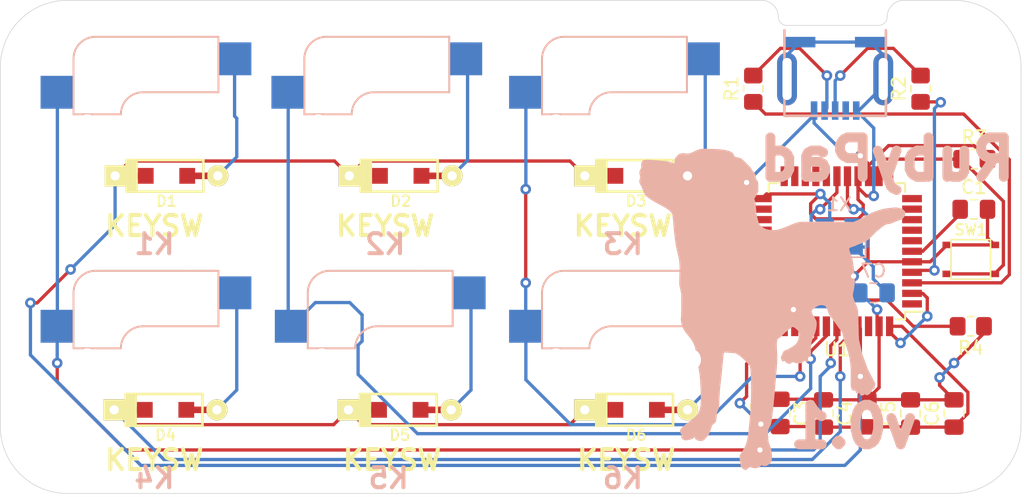
<source format=kicad_pcb>
(kicad_pcb (version 20171130) (host pcbnew "(5.1.12)-1")

  (general
    (thickness 1.6)
    (drawings 14)
    (tracks 286)
    (zones 0)
    (modules 29)
    (nets 46)
  )

  (page A4)
  (layers
    (0 F.Cu signal)
    (31 B.Cu signal)
    (32 B.Adhes user)
    (33 F.Adhes user)
    (34 B.Paste user)
    (35 F.Paste user)
    (36 B.SilkS user)
    (37 F.SilkS user)
    (38 B.Mask user)
    (39 F.Mask user)
    (40 Dwgs.User user)
    (41 Cmts.User user)
    (42 Eco1.User user)
    (43 Eco2.User user)
    (44 Edge.Cuts user)
    (45 Margin user)
    (46 B.CrtYd user)
    (47 F.CrtYd user)
    (48 B.Fab user)
    (49 F.Fab user)
  )

  (setup
    (last_trace_width 0.25)
    (trace_clearance 0.2)
    (zone_clearance 0.508)
    (zone_45_only no)
    (trace_min 0.2)
    (via_size 0.8)
    (via_drill 0.4)
    (via_min_size 0.4)
    (via_min_drill 0.3)
    (uvia_size 0.3)
    (uvia_drill 0.1)
    (uvias_allowed no)
    (uvia_min_size 0.2)
    (uvia_min_drill 0.1)
    (edge_width 0.05)
    (segment_width 0.2)
    (pcb_text_width 0.3)
    (pcb_text_size 1.5 1.5)
    (mod_edge_width 0.12)
    (mod_text_size 1 1)
    (mod_text_width 0.15)
    (pad_size 1.524 1.524)
    (pad_drill 0.762)
    (pad_to_mask_clearance 0.05)
    (aux_axis_origin 0 0)
    (visible_elements 7FFFFFFF)
    (pcbplotparams
      (layerselection 0x010fc_ffffffff)
      (usegerberextensions false)
      (usegerberattributes true)
      (usegerberadvancedattributes true)
      (creategerberjobfile true)
      (excludeedgelayer true)
      (linewidth 0.100000)
      (plotframeref false)
      (viasonmask false)
      (mode 1)
      (useauxorigin false)
      (hpglpennumber 1)
      (hpglpenspeed 20)
      (hpglpendiameter 15.000000)
      (psnegative false)
      (psa4output false)
      (plotreference true)
      (plotvalue true)
      (plotinvisibletext false)
      (padsonsilk false)
      (subtractmaskfromsilk false)
      (outputformat 1)
      (mirror false)
      (drillshape 1)
      (scaleselection 1)
      (outputdirectory ""))
  )

  (net 0 "")
  (net 1 GND)
  (net 2 "Net-(C1-Pad1)")
  (net 3 VCC)
  (net 4 "Net-(C7-Pad1)")
  (net 5 "Net-(C8-Pad1)")
  (net 6 "Net-(D1-Pad2)")
  (net 7 /row0)
  (net 8 "Net-(D2-Pad2)")
  (net 9 "Net-(D3-Pad2)")
  (net 10 "Net-(D4-Pad2)")
  (net 11 /row1)
  (net 12 "Net-(D5-Pad2)")
  (net 13 "Net-(D6-Pad2)")
  (net 14 "Net-(J1-Pad4)")
  (net 15 "Net-(J1-Pad3)")
  (net 16 "Net-(J1-Pad2)")
  (net 17 /col0)
  (net 18 /col1)
  (net 19 /col2)
  (net 20 "Net-(R1-Pad1)")
  (net 21 "Net-(R2-Pad1)")
  (net 22 "Net-(R3-Pad1)")
  (net 23 "Net-(R4-Pad2)")
  (net 24 "Net-(U1-Pad42)")
  (net 25 "Net-(U1-Pad36)")
  (net 26 "Net-(U1-Pad32)")
  (net 27 "Net-(U1-Pad31)")
  (net 28 "Net-(U1-Pad30)")
  (net 29 "Net-(U1-Pad29)")
  (net 30 "Net-(U1-Pad28)")
  (net 31 "Net-(U1-Pad27)")
  (net 32 "Net-(U1-Pad26)")
  (net 33 "Net-(U1-Pad25)")
  (net 34 "Net-(U1-Pad22)")
  (net 35 "Net-(U1-Pad21)")
  (net 36 "Net-(U1-Pad20)")
  (net 37 "Net-(U1-Pad19)")
  (net 38 "Net-(U1-Pad18)")
  (net 39 "Net-(U1-Pad12)")
  (net 40 "Net-(U1-Pad11)")
  (net 41 "Net-(U1-Pad10)")
  (net 42 "Net-(U1-Pad9)")
  (net 43 "Net-(U1-Pad8)")
  (net 44 "Net-(U1-Pad7)")
  (net 45 "Net-(U1-Pad1)")

  (net_class Default "This is the default net class."
    (clearance 0.2)
    (trace_width 0.25)
    (via_dia 0.8)
    (via_drill 0.4)
    (uvia_dia 0.3)
    (uvia_drill 0.1)
    (add_net /col0)
    (add_net /col1)
    (add_net /col2)
    (add_net /row0)
    (add_net /row1)
    (add_net GND)
    (add_net "Net-(C1-Pad1)")
    (add_net "Net-(C7-Pad1)")
    (add_net "Net-(C8-Pad1)")
    (add_net "Net-(D1-Pad2)")
    (add_net "Net-(D2-Pad2)")
    (add_net "Net-(D3-Pad2)")
    (add_net "Net-(D4-Pad2)")
    (add_net "Net-(D5-Pad2)")
    (add_net "Net-(D6-Pad2)")
    (add_net "Net-(J1-Pad2)")
    (add_net "Net-(J1-Pad3)")
    (add_net "Net-(J1-Pad4)")
    (add_net "Net-(R1-Pad1)")
    (add_net "Net-(R2-Pad1)")
    (add_net "Net-(R3-Pad1)")
    (add_net "Net-(R4-Pad2)")
    (add_net "Net-(U1-Pad1)")
    (add_net "Net-(U1-Pad10)")
    (add_net "Net-(U1-Pad11)")
    (add_net "Net-(U1-Pad12)")
    (add_net "Net-(U1-Pad18)")
    (add_net "Net-(U1-Pad19)")
    (add_net "Net-(U1-Pad20)")
    (add_net "Net-(U1-Pad21)")
    (add_net "Net-(U1-Pad22)")
    (add_net "Net-(U1-Pad25)")
    (add_net "Net-(U1-Pad26)")
    (add_net "Net-(U1-Pad27)")
    (add_net "Net-(U1-Pad28)")
    (add_net "Net-(U1-Pad29)")
    (add_net "Net-(U1-Pad30)")
    (add_net "Net-(U1-Pad31)")
    (add_net "Net-(U1-Pad32)")
    (add_net "Net-(U1-Pad36)")
    (add_net "Net-(U1-Pad42)")
    (add_net "Net-(U1-Pad7)")
    (add_net "Net-(U1-Pad8)")
    (add_net "Net-(U1-Pad9)")
    (add_net VCC)
  )

  (module ruby:logo_small (layer B.Cu) (tedit 61C4A2D0) (tstamp 61C5D5C1)
    (at 74.93 45.72 180)
    (fp_text reference G*** (at 0 0) (layer B.SilkS) hide
      (effects (font (size 1.524 1.524) (thickness 0.3)) (justify mirror))
    )
    (fp_text value LOGO (at 0.75 0) (layer B.SilkS) hide
      (effects (font (size 1.524 1.524) (thickness 0.3)) (justify mirror))
    )
    (fp_text user v0.1 (at -6.35 -8.89) (layer B.SilkS)
      (effects (font (size 3 3) (thickness 0.75)) (justify mirror))
    )
    (fp_text user RubyPad (at -8.89 11.43) (layer B.SilkS)
      (effects (font (size 3 3) (thickness 0.75)) (justify mirror))
    )
    (fp_poly (pts (xy 5.06682 12.209849) (xy 5.200262 12.204114) (xy 5.297198 12.194732) (xy 5.31353 12.192031)
      (xy 5.382372 12.172705) (xy 5.479457 12.136807) (xy 5.592203 12.089354) (xy 5.70803 12.035363)
      (xy 5.715 12.031928) (xy 5.857822 11.962344) (xy 5.969434 11.911912) (xy 6.059491 11.878273)
      (xy 6.13765 11.859066) (xy 6.213567 11.851933) (xy 6.296896 11.854512) (xy 6.397293 11.864445)
      (xy 6.39934 11.864679) (xy 6.576921 11.877627) (xy 6.721156 11.869543) (xy 6.841028 11.837869)
      (xy 6.945514 11.780052) (xy 7.043595 11.693535) (xy 7.059285 11.676868) (xy 7.14347 11.577552)
      (xy 7.196568 11.490435) (xy 7.224772 11.400458) (xy 7.234277 11.292564) (xy 7.234374 11.251236)
      (xy 7.232482 11.084018) (xy 7.293396 11.099306) (xy 7.347531 11.116221) (xy 7.425111 11.144309)
      (xy 7.490261 11.169837) (xy 7.583193 11.200277) (xy 7.697916 11.227666) (xy 7.810118 11.246229)
      (xy 7.813606 11.246637) (xy 8.099961 11.279335) (xy 8.344873 11.306694) (xy 8.552725 11.329101)
      (xy 8.727898 11.346942) (xy 8.874776 11.360603) (xy 8.997742 11.37047) (xy 9.101176 11.376929)
      (xy 9.189464 11.380367) (xy 9.266986 11.38117) (xy 9.327842 11.380064) (xy 9.458276 11.373337)
      (xy 9.552376 11.359101) (xy 9.61993 11.332146) (xy 9.67073 11.287264) (xy 9.714564 11.219245)
      (xy 9.744909 11.158135) (xy 9.773862 11.08636) (xy 9.783028 11.024088) (xy 9.775411 10.94658)
      (xy 9.772624 10.929885) (xy 9.762475 10.835551) (xy 9.771409 10.771491) (xy 9.778957 10.754319)
      (xy 9.806389 10.702865) (xy 9.843805 10.632423) (xy 9.86113 10.599737) (xy 9.899843 10.505436)
      (xy 9.91288 10.408828) (xy 9.90073 10.296435) (xy 9.875791 10.195105) (xy 9.855478 10.118546)
      (xy 9.848354 10.063277) (xy 9.855067 10.009568) (xy 9.876264 9.937685) (xy 9.885113 9.910921)
      (xy 9.916772 9.783982) (xy 9.916224 9.675827) (xy 9.881619 9.570436) (xy 9.836543 9.490363)
      (xy 9.801859 9.426983) (xy 9.757406 9.333283) (xy 9.709143 9.222364) (xy 9.666955 9.117554)
      (xy 9.605696 8.964567) (xy 9.551682 8.846434) (xy 9.498813 8.753798) (xy 9.440992 8.6773)
      (xy 9.372119 8.607582) (xy 9.289009 8.537601) (xy 9.202658 8.470342) (xy 9.117874 8.407977)
      (xy 9.029124 8.347173) (xy 8.930875 8.2846) (xy 8.817595 8.216925) (xy 8.683751 8.140818)
      (xy 8.523809 8.052948) (xy 8.332238 7.949983) (xy 8.169192 7.863347) (xy 7.934675 7.730827)
      (xy 7.744578 7.605011) (xy 7.597768 7.485005) (xy 7.493111 7.369916) (xy 7.444882 7.292906)
      (xy 7.426104 7.252824) (xy 7.410787 7.210456) (xy 7.397954 7.159284) (xy 7.386628 7.092789)
      (xy 7.375833 7.00445) (xy 7.364591 6.88775) (xy 7.351927 6.736168) (xy 7.341421 6.602302)
      (xy 7.321807 6.365785) (xy 7.299082 6.120537) (xy 7.274129 5.874258) (xy 7.24783 5.634648)
      (xy 7.221069 5.409406) (xy 7.194729 5.206233) (xy 7.169692 5.032828) (xy 7.146842 4.89689)
      (xy 7.14434 4.883727) (xy 7.127528 4.801256) (xy 7.102586 4.684878) (xy 7.071944 4.545648)
      (xy 7.038034 4.394616) (xy 7.005718 4.253357) (xy 6.967026 4.083999) (xy 6.935642 3.939307)
      (xy 6.910916 3.811678) (xy 6.892202 3.69351) (xy 6.878849 3.577201) (xy 6.870209 3.45515)
      (xy 6.865633 3.319755) (xy 6.864473 3.163414) (xy 6.866079 2.978524) (xy 6.869804 2.757485)
      (xy 6.871324 2.678545) (xy 6.886439 1.905) (xy 6.808921 1.54709) (xy 6.731402 1.189181)
      (xy 6.731534 0.484909) (xy 6.732253 0.290121) (xy 6.734217 0.093476) (xy 6.737242 -0.095594)
      (xy 6.741144 -0.267657) (xy 6.745738 -0.413281) (xy 6.750843 -0.523034) (xy 6.751337 -0.531091)
      (xy 6.758853 -0.663834) (xy 6.761487 -0.76413) (xy 6.758421 -0.845535) (xy 6.748842 -0.921605)
      (xy 6.731932 -1.005896) (xy 6.719555 -1.059227) (xy 6.645152 -1.296088) (xy 6.538587 -1.527424)
      (xy 6.407588 -1.737747) (xy 6.334044 -1.831716) (xy 6.187355 -2.007051) (xy 6.068411 -2.156821)
      (xy 5.972468 -2.288282) (xy 5.894786 -2.408693) (xy 5.83062 -2.525311) (xy 5.775229 -2.645392)
      (xy 5.733109 -2.751324) (xy 5.694168 -2.863617) (xy 5.667614 -2.965693) (xy 5.649741 -3.075697)
      (xy 5.636843 -3.211775) (xy 5.635594 -3.228754) (xy 5.623198 -3.364034) (xy 5.603966 -3.515853)
      (xy 5.577008 -3.689416) (xy 5.541429 -3.88993) (xy 5.496336 -4.1226) (xy 5.440837 -4.392632)
      (xy 5.415097 -4.514273) (xy 5.389399 -4.640219) (xy 5.367345 -4.761933) (xy 5.348375 -4.885349)
      (xy 5.331928 -5.016396) (xy 5.317444 -5.161006) (xy 5.30436 -5.32511) (xy 5.292116 -5.514639)
      (xy 5.28015 -5.735524) (xy 5.267903 -5.993697) (xy 5.261533 -6.137818) (xy 5.250403 -6.451349)
      (xy 5.246309 -6.723493) (xy 5.249497 -6.958542) (xy 5.260213 -7.16079) (xy 5.278703 -7.334529)
      (xy 5.305213 -7.484051) (xy 5.339989 -7.61365) (xy 5.347298 -7.635641) (xy 5.399576 -7.778905)
      (xy 5.451636 -7.895741) (xy 5.510192 -7.994563) (xy 5.58196 -8.083786) (xy 5.673652 -8.171823)
      (xy 5.791984 -8.267089) (xy 5.934364 -8.371363) (xy 6.16659 -8.540204) (xy 6.360552 -8.688088)
      (xy 6.518192 -8.816778) (xy 6.641454 -8.928036) (xy 6.732278 -9.023625) (xy 6.792608 -9.105307)
      (xy 6.824386 -9.174846) (xy 6.825858 -9.180353) (xy 6.826309 -9.239582) (xy 6.809717 -9.317818)
      (xy 6.78197 -9.3966) (xy 6.748957 -9.457466) (xy 6.731567 -9.475979) (xy 6.71072 -9.50093)
      (xy 6.710479 -9.539631) (xy 6.723652 -9.589014) (xy 6.73247 -9.689784) (xy 6.698978 -9.78427)
      (xy 6.626972 -9.863554) (xy 6.598526 -9.882981) (xy 6.504175 -9.91748) (xy 6.381881 -9.92867)
      (xy 6.242279 -9.918631) (xy 6.096 -9.889443) (xy 5.95368 -9.843187) (xy 5.825952 -9.781943)
      (xy 5.729062 -9.712895) (xy 5.673851 -9.663546) (xy 5.688027 -9.722801) (xy 5.684543 -9.797747)
      (xy 5.638312 -9.863515) (xy 5.552231 -9.917941) (xy 5.429199 -9.958862) (xy 5.351179 -9.974151)
      (xy 5.205952 -9.981803) (xy 5.083026 -9.952536) (xy 4.973596 -9.883567) (xy 4.927875 -9.840366)
      (xy 4.764633 -9.647501) (xy 4.634316 -9.439411) (xy 4.52962 -9.203862) (xy 4.502959 -9.128524)
      (xy 4.467616 -9.020543) (xy 4.438512 -8.926018) (xy 4.418573 -8.854857) (xy 4.410726 -8.816963)
      (xy 4.410704 -8.816189) (xy 4.392403 -8.783902) (xy 4.344913 -8.738324) (xy 4.284797 -8.693668)
      (xy 4.206397 -8.635402) (xy 4.148579 -8.574159) (xy 4.107793 -8.501303) (xy 4.080488 -8.408199)
      (xy 4.063112 -8.28621) (xy 4.052178 -8.128) (xy 4.045074 -8.003161) (xy 4.036434 -7.911204)
      (xy 4.023477 -7.838847) (xy 4.003424 -7.772807) (xy 3.973494 -7.699801) (xy 3.953086 -7.654637)
      (xy 3.90802 -7.54929) (xy 3.881122 -7.463026) (xy 3.867263 -7.37505) (xy 3.861965 -7.285182)
      (xy 3.849523 -6.965889) (xy 3.835061 -6.662964) (xy 3.818951 -6.382333) (xy 3.801567 -6.12992)
      (xy 3.783283 -5.911652) (xy 3.764471 -5.733454) (xy 3.763873 -5.728552) (xy 3.744085 -5.561551)
      (xy 3.721203 -5.359303) (xy 3.696204 -5.131223) (xy 3.670066 -4.886723) (xy 3.643767 -4.635217)
      (xy 3.618285 -4.386119) (xy 3.594598 -4.148842) (xy 3.573682 -3.932799) (xy 3.556517 -3.747405)
      (xy 3.548218 -3.652356) (xy 3.534063 -3.501354) (xy 3.520409 -3.392262) (xy 3.506544 -3.320822)
      (xy 3.491757 -3.282777) (xy 3.485208 -3.275807) (xy 3.445498 -3.265962) (xy 3.372738 -3.262692)
      (xy 3.279667 -3.266563) (xy 3.278909 -3.266622) (xy 3.174472 -3.274308) (xy 3.046363 -3.28313)
      (xy 2.917015 -3.291557) (xy 2.874818 -3.294178) (xy 2.738032 -3.306319) (xy 2.630414 -3.327358)
      (xy 2.535063 -3.362998) (xy 2.435076 -3.418944) (xy 2.361994 -3.467253) (xy 2.214449 -3.580157)
      (xy 2.045274 -3.731289) (xy 1.856216 -3.919051) (xy 1.770838 -4.008946) (xy 1.552394 -4.242528)
      (xy 1.499414 -4.459219) (xy 1.486508 -4.514033) (xy 1.475806 -4.566531) (xy 1.467048 -4.621731)
      (xy 1.459973 -4.684652) (xy 1.454322 -4.760311) (xy 1.449835 -4.853728) (xy 1.446253 -4.96992)
      (xy 1.443315 -5.113905) (xy 1.440762 -5.290703) (xy 1.438334 -5.50533) (xy 1.436662 -5.671229)
      (xy 1.43424 -6.050576) (xy 1.435087 -6.393756) (xy 1.439575 -6.710693) (xy 1.448074 -7.01131)
      (xy 1.460954 -7.305532) (xy 1.478587 -7.603283) (xy 1.501344 -7.914485) (xy 1.529593 -8.249064)
      (xy 1.535307 -8.312728) (xy 1.567513 -8.660436) (xy 1.597821 -8.966188) (xy 1.627206 -9.234122)
      (xy 1.656646 -9.468372) (xy 1.687116 -9.673077) (xy 1.719591 -9.852372) (xy 1.755049 -10.010394)
      (xy 1.794464 -10.151279) (xy 1.838813 -10.279165) (xy 1.889073 -10.398187) (xy 1.946218 -10.512483)
      (xy 2.011224 -10.626188) (xy 2.085069 -10.74344) (xy 2.121988 -10.799277) (xy 2.182104 -10.891594)
      (xy 2.234131 -10.975966) (xy 2.271407 -11.041341) (xy 2.285383 -11.070468) (xy 2.301441 -11.143073)
      (xy 2.307602 -11.237906) (xy 2.304336 -11.337494) (xy 2.292113 -11.424364) (xy 2.274455 -11.476182)
      (xy 2.254827 -11.537584) (xy 2.243174 -11.633665) (xy 2.240636 -11.7094) (xy 2.238244 -11.804156)
      (xy 2.229379 -11.868964) (xy 2.209897 -11.92) (xy 2.175652 -11.973437) (xy 2.171519 -11.979174)
      (xy 2.120337 -12.036265) (xy 2.05206 -12.095412) (xy 1.979567 -12.14722) (xy 1.915735 -12.18229)
      (xy 1.87988 -12.191982) (xy 1.848274 -12.182428) (xy 1.791687 -12.158166) (xy 1.757571 -12.141848)
      (xy 1.684151 -12.093884) (xy 1.62469 -12.035048) (xy 1.612052 -12.016696) (xy 1.567779 -11.94166)
      (xy 1.459299 -11.989928) (xy 1.356105 -12.022861) (xy 1.227689 -12.044281) (xy 1.176546 -12.048521)
      (xy 1.081527 -12.052188) (xy 1.01284 -12.047052) (xy 0.950905 -12.029302) (xy 0.876142 -11.995123)
      (xy 0.859516 -11.986783) (xy 0.780481 -11.941215) (xy 0.714451 -11.893073) (xy 0.678093 -11.855709)
      (xy 0.647651 -11.820876) (xy 0.626434 -11.816701) (xy 0.625669 -11.817711) (xy 0.575759 -11.857764)
      (xy 0.49492 -11.88405) (xy 0.412899 -11.891819) (xy 0.281319 -11.868974) (xy 0.14492 -11.800723)
      (xy 0.019977 -11.701944) (xy -0.045527 -11.635024) (xy -0.085134 -11.572429) (xy -0.111286 -11.492735)
      (xy -0.117849 -11.464637) (xy -0.131127 -11.379667) (xy -0.141145 -11.266909) (xy -0.146498 -11.144721)
      (xy -0.146973 -11.083637) (xy -0.12659 -10.826306) (xy -0.071633 -10.56199) (xy 0.013755 -10.308877)
      (xy 0.046752 -10.233383) (xy 0.073572 -10.171593) (xy 0.093589 -10.112282) (xy 0.108665 -10.045413)
      (xy 0.120659 -9.960953) (xy 0.131433 -9.848867) (xy 0.140947 -9.725383) (xy 0.152585 -9.527986)
      (xy 0.154964 -9.368381) (xy 0.147092 -9.238923) (xy 0.127975 -9.131967) (xy 0.096621 -9.039869)
      (xy 0.052036 -8.954984) (xy 0.038025 -8.932955) (xy -0.014104 -8.838567) (xy -0.059542 -8.730918)
      (xy -0.078679 -8.669916) (xy -0.099918 -8.569626) (xy -0.123843 -8.4264) (xy -0.150106 -8.243384)
      (xy -0.178363 -8.023725) (xy -0.208267 -7.770568) (xy -0.239471 -7.48706) (xy -0.271631 -7.176348)
      (xy -0.3044 -6.841577) (xy -0.337432 -6.485894) (xy -0.37038 -6.112445) (xy -0.4029 -5.724376)
      (xy -0.403665 -5.715) (xy -0.420047 -5.515262) (xy -0.437039 -5.310258) (xy -0.453792 -5.110054)
      (xy -0.46946 -4.924717) (xy -0.483196 -4.764313) (xy -0.494152 -4.638908) (xy -0.495027 -4.629078)
      (xy -0.51795 -4.355912) (xy -0.534404 -4.118029) (xy -0.544636 -3.905025) (xy -0.548897 -3.706494)
      (xy -0.547436 -3.512028) (xy -0.540503 -3.311223) (xy -0.530862 -3.13377) (xy -0.518584 -2.887258)
      (xy -0.515097 -2.682938) (xy -0.520918 -2.517569) (xy -0.536566 -2.387909) (xy -0.562557 -2.290714)
      (xy -0.599411 -2.222745) (xy -0.647644 -2.180757) (xy -0.685463 -2.165831) (xy -0.74086 -2.137682)
      (xy -0.815519 -2.075748) (xy -0.912027 -1.977806) (xy -0.939463 -1.947886) (xy -1.018465 -1.86638)
      (xy -1.115834 -1.774527) (xy -1.224512 -1.678086) (xy -1.337443 -1.582816) (xy -1.447572 -1.494475)
      (xy -1.547842 -1.418823) (xy -1.631197 -1.361619) (xy -1.690581 -1.328621) (xy -1.70391 -1.323976)
      (xy -1.750178 -1.320682) (xy -1.802223 -1.336555) (xy -1.867697 -1.375645) (xy -1.95425 -1.442001)
      (xy -2.002046 -1.481778) (xy -2.087336 -1.557756) (xy -2.142781 -1.621495) (xy -2.176185 -1.6875)
      (xy -2.195352 -1.770275) (xy -2.205902 -1.860654) (xy -2.205114 -2.017092) (xy -2.17751 -2.182514)
      (xy -2.12729 -2.344322) (xy -2.058654 -2.489919) (xy -1.975804 -2.606705) (xy -1.947591 -2.635367)
      (xy -1.891021 -2.682208) (xy -1.811138 -2.741239) (xy -1.716344 -2.807037) (xy -1.615041 -2.87418)
      (xy -1.51563 -2.937245) (xy -1.426513 -2.990809) (xy -1.356091 -3.029451) (xy -1.312767 -3.047747)
      (xy -1.307481 -3.048508) (xy -1.241514 -3.062025) (xy -1.160123 -3.095072) (xy -1.083671 -3.137989)
      (xy -1.035528 -3.177512) (xy -1.010569 -3.217234) (xy -0.974764 -3.288234) (xy -0.933864 -3.37869)
      (xy -0.910194 -3.43512) (xy -0.823057 -3.649057) (xy -0.862192 -3.773208) (xy -0.889997 -3.847412)
      (xy -0.919564 -3.905228) (xy -0.936257 -3.926347) (xy -0.958061 -3.940918) (xy -0.982856 -3.942714)
      (xy -1.022175 -3.928998) (xy -1.087549 -3.897032) (xy -1.111512 -3.884737) (xy -1.128147 -3.898518)
      (xy -1.148843 -3.942233) (xy -1.150577 -3.947089) (xy -1.181169 -3.999015) (xy -1.239583 -4.045488)
      (xy -1.301831 -4.079231) (xy -1.376091 -4.113382) (xy -1.427876 -4.127943) (xy -1.475125 -4.125674)
      (xy -1.522921 -4.113234) (xy -1.601997 -4.078688) (xy -1.680807 -4.028131) (xy -1.697565 -4.014385)
      (xy -1.744312 -3.977809) (xy -1.773324 -3.963712) (xy -1.778 -3.967595) (xy -1.790057 -4.005894)
      (xy -1.829735 -4.034494) (xy -1.902295 -4.055247) (xy -2.012996 -4.070003) (xy -2.085413 -4.075788)
      (xy -2.21849 -4.081802) (xy -2.31649 -4.077128) (xy -2.389801 -4.059192) (xy -2.448808 -4.025424)
      (xy -2.5039 -3.973251) (xy -2.50516 -3.971862) (xy -2.567334 -3.913384) (xy -2.616987 -3.893962)
      (xy -2.662512 -3.911482) (xy -2.680697 -3.927607) (xy -2.725512 -3.960251) (xy -2.780711 -3.968439)
      (xy -2.823295 -3.964497) (xy -2.897761 -3.946293) (xy -2.958336 -3.910923) (xy -3.006331 -3.854312)
      (xy -3.043059 -3.772385) (xy -3.069833 -3.661068) (xy -3.087966 -3.516285) (xy -3.098771 -3.333961)
      (xy -3.103561 -3.110023) (xy -3.103693 -3.094182) (xy -3.106745 -2.897591) (xy -3.113955 -2.736524)
      (xy -3.127452 -2.600369) (xy -3.149363 -2.478514) (xy -3.181817 -2.360345) (xy -3.22694 -2.235251)
      (xy -3.286861 -2.092618) (xy -3.318963 -2.020455) (xy -3.426582 -1.74451) (xy -3.49946 -1.474892)
      (xy -3.535645 -1.219374) (xy -3.539133 -1.143) (xy -3.539504 -1.035214) (xy -3.533497 -0.956993)
      (xy -3.518345 -0.89186) (xy -3.49128 -0.82334) (xy -3.482045 -0.80314) (xy -3.434659 -0.710034)
      (xy -3.37993 -0.614954) (xy -3.348828 -0.566667) (xy -3.27813 -0.452708) (xy -3.220253 -0.337827)
      (xy -3.180421 -0.233888) (xy -3.163857 -0.152758) (xy -3.16368 -0.146095) (xy -3.171038 -0.097229)
      (xy -3.196926 -0.047441) (xy -3.246604 0.009412) (xy -3.325329 0.079473) (xy -3.423563 0.157509)
      (xy -3.590888 0.265098) (xy -3.75583 0.327273) (xy -3.920557 0.344575) (xy -4.075545 0.320849)
      (xy -4.15403 0.291549) (xy -4.217619 0.246945) (xy -4.271421 0.180086) (xy -4.320543 0.084021)
      (xy -4.370092 -0.048201) (xy -4.388875 -0.105543) (xy -4.438047 -0.245365) (xy -4.492238 -0.365254)
      (xy -4.559459 -0.479539) (xy -4.647723 -0.602552) (xy -4.712783 -0.684863) (xy -4.791727 -0.7861)
      (xy -4.884121 -0.91032) (xy -4.9784 -1.041691) (xy -5.06206 -1.162985) (xy -5.139996 -1.276918)
      (xy -5.220436 -1.39098) (xy -5.294471 -1.492745) (xy -5.35319 -1.569789) (xy -5.358784 -1.576784)
      (xy -5.43052 -1.675095) (xy -5.48303 -1.772674) (xy -5.521191 -1.882398) (xy -5.549881 -2.017144)
      (xy -5.565556 -2.122697) (xy -5.60047 -2.296376) (xy -5.662408 -2.481903) (xy -5.690195 -2.549878)
      (xy -5.832782 -2.917738) (xy -5.946589 -3.28569) (xy -6.032817 -3.660923) (xy -6.092667 -4.050626)
      (xy -6.12734 -4.461987) (xy -6.138038 -4.902197) (xy -6.132939 -5.199766) (xy -6.127815 -5.422893)
      (xy -6.128142 -5.605371) (xy -6.134395 -5.752464) (xy -6.147049 -5.869434) (xy -6.166578 -5.961547)
      (xy -6.193457 -6.034066) (xy -6.211111 -6.066794) (xy -6.273945 -6.135075) (xy -6.351722 -6.167842)
      (xy -6.432831 -6.161004) (xy -6.4532 -6.152147) (xy -6.495726 -6.132372) (xy -6.508143 -6.141492)
      (xy -6.50029 -6.187457) (xy -6.49978 -6.189781) (xy -6.502467 -6.265335) (xy -6.541432 -6.322693)
      (xy -6.608499 -6.356173) (xy -6.69549 -6.360091) (xy -6.73355 -6.352243) (xy -6.786579 -6.340786)
      (xy -6.811555 -6.350937) (xy -6.824202 -6.389596) (xy -6.824764 -6.392264) (xy -6.850625 -6.475711)
      (xy -6.887206 -6.520336) (xy -6.914735 -6.531092) (xy -6.999229 -6.530509) (xy -7.09042 -6.504888)
      (xy -7.163864 -6.461474) (xy -7.17039 -6.455346) (xy -7.207307 -6.421325) (xy -7.224924 -6.419219)
      (xy -7.23489 -6.445214) (xy -7.26751 -6.49278) (xy -7.331448 -6.506655) (xy -7.409668 -6.492027)
      (xy -7.528203 -6.433574) (xy -7.627978 -6.339196) (xy -7.699773 -6.218154) (xy -7.710562 -6.189839)
      (xy -7.738978 -6.11664) (xy -7.76554 -6.076993) (xy -7.799456 -6.059611) (xy -7.819757 -6.056023)
      (xy -7.893448 -6.027631) (xy -7.934872 -5.966957) (xy -7.943273 -5.908621) (xy -7.948537 -5.847733)
      (xy -7.961817 -5.767745) (xy -7.969076 -5.733738) (xy -7.994879 -5.621953) (xy -7.756715 -5.172022)
      (xy -7.663764 -4.996225) (xy -7.589503 -4.854896) (xy -7.530949 -4.741725) (xy -7.485114 -4.6504)
      (xy -7.449014 -4.574611) (xy -7.419664 -4.508048) (xy -7.394078 -4.4444) (xy -7.36927 -4.377355)
      (xy -7.342255 -4.300604) (xy -7.336123 -4.282954) (xy -7.298345 -4.176912) (xy -7.249046 -4.042568)
      (xy -7.193675 -3.894573) (xy -7.137685 -3.747576) (xy -7.117034 -3.694136) (xy -7.068663 -3.565787)
      (xy -7.025532 -3.444312) (xy -6.991002 -3.339715) (xy -6.968433 -3.262001) (xy -6.962075 -3.232728)
      (xy -6.951948 -3.178299) (xy -6.93322 -3.087686) (xy -6.907791 -2.969678) (xy -6.877558 -2.833061)
      (xy -6.844418 -2.686626) (xy -6.83992 -2.667) (xy -6.733924 -2.205182) (xy -6.717571 -1.212273)
      (xy -6.713455 -0.995644) (xy -6.708462 -0.787655) (xy -6.702806 -0.5941) (xy -6.6967 -0.42077)
      (xy -6.690359 -0.27346) (xy -6.683996 -0.157961) (xy -6.677825 -0.080066) (xy -6.674992 -0.057728)
      (xy -6.649909 0.048834) (xy -6.606581 0.181672) (xy -6.549663 0.326953) (xy -6.531272 0.369454)
      (xy -6.448586 0.55892) (xy -6.384621 0.713977) (xy -6.338011 0.841799) (xy -6.307386 0.949561)
      (xy -6.291379 1.044438) (xy -6.288623 1.133603) (xy -6.297751 1.224231) (xy -6.317394 1.323497)
      (xy -6.335395 1.397) (xy -6.368026 1.552297) (xy -6.39577 1.737486) (xy -6.417313 1.937697)
      (xy -6.43134 2.138061) (xy -6.436536 2.323707) (xy -6.431584 2.479767) (xy -6.431389 2.482272)
      (xy -6.421192 2.594878) (xy -6.406408 2.735744) (xy -6.388182 2.895855) (xy -6.367659 3.066196)
      (xy -6.345984 3.237751) (xy -6.324302 3.401503) (xy -6.303758 3.548439) (xy -6.285498 3.669542)
      (xy -6.270666 3.755796) (xy -6.267873 3.769696) (xy -6.243879 3.863931) (xy -6.208194 3.980406)
      (xy -6.167179 4.098855) (xy -6.151915 4.139151) (xy -6.087573 4.309363) (xy -6.041001 4.444074)
      (xy -6.012882 4.541169) (xy -6.003886 4.59645) (xy -6.021871 4.655689) (xy -6.078816 4.703383)
      (xy -6.17784 4.741938) (xy -6.200145 4.748034) (xy -6.291606 4.776485) (xy -6.401332 4.817261)
      (xy -6.506393 4.861811) (xy -6.511636 4.864226) (xy -6.615059 4.909932) (xy -6.740076 4.961997)
      (xy -6.864749 5.011364) (xy -6.904182 5.026306) (xy -7.048157 5.082769) (xy -7.173602 5.139364)
      (xy -7.287316 5.201044) (xy -7.396097 5.272761) (xy -7.506744 5.359468) (xy -7.626056 5.466116)
      (xy -7.760832 5.597659) (xy -7.917871 5.759048) (xy -7.935646 5.777631) (xy -8.030314 5.870055)
      (xy -8.151019 5.978041) (xy -8.287233 6.093045) (xy -8.428426 6.206525) (xy -8.564072 6.309937)
      (xy -8.683642 6.394738) (xy -8.743787 6.433434) (xy -8.831495 6.469399) (xy -8.95161 6.493445)
      (xy -8.987737 6.497435) (xy -9.094798 6.513545) (xy -9.203498 6.544361) (xy -9.329809 6.59472)
      (xy -9.372797 6.614029) (xy -9.493755 6.666022) (xy -9.627041 6.718013) (xy -9.750325 6.761452)
      (xy -9.792232 6.774636) (xy -9.945284 6.832025) (xy -10.061994 6.904572) (xy -10.151469 6.99923)
      (xy -10.207651 7.091788) (xy -10.257258 7.223301) (xy -10.269153 7.34528) (xy -10.24302 7.450857)
      (xy -10.225645 7.481454) (xy -10.150457 7.559133) (xy -10.039791 7.628574) (xy -9.904114 7.686213)
      (xy -9.753894 7.728486) (xy -9.599598 7.751829) (xy -9.451692 7.752679) (xy -9.433994 7.751006)
      (xy -9.367835 7.743983) (xy -9.268003 7.73347) (xy -9.146758 7.720757) (xy -9.016361 7.70713)
      (xy -8.982364 7.703585) (xy -8.837566 7.686174) (xy -8.701763 7.664141) (xy -8.565793 7.635154)
      (xy -8.420495 7.596877) (xy -8.256711 7.546978) (xy -8.065279 7.483124) (xy -7.925164 7.434257)
      (xy -7.790801 7.380804) (xy -7.627341 7.305937) (xy -7.443857 7.214235) (xy -7.249424 7.110278)
      (xy -7.053116 6.998643) (xy -7.002971 6.968975) (xy -6.897724 6.910345) (xy -6.769164 6.844855)
      (xy -6.637036 6.782345) (xy -6.564244 6.750354) (xy -6.315364 6.64502) (xy -5.795818 6.664919)
      (xy -5.65356 6.66935) (xy -5.48028 6.673062) (xy -5.280566 6.676075) (xy -5.059006 6.678407)
      (xy -4.820189 6.680075) (xy -4.568702 6.681098) (xy -4.309133 6.681495) (xy -4.046071 6.681284)
      (xy -3.784103 6.680483) (xy -3.527819 6.679111) (xy -3.281805 6.677185) (xy -3.050651 6.674725)
      (xy -2.838944 6.671748) (xy -2.651272 6.668273) (xy -2.492223 6.664318) (xy -2.366387 6.659901)
      (xy -2.278349 6.655042) (xy -2.23738 6.650704) (xy -2.15097 6.634112) (xy -2.068359 6.614323)
      (xy -1.981714 6.588635) (xy -1.883205 6.554349) (xy -1.764998 6.508764) (xy -1.619262 6.449178)
      (xy -1.466273 6.38482) (xy -1.22053 6.282926) (xy -1.009419 6.200973) (xy -0.82672 6.137363)
      (xy -0.666216 6.090497) (xy -0.521686 6.058775) (xy -0.386912 6.040599) (xy -0.255675 6.03437)
      (xy -0.121756 6.038489) (xy -0.119747 6.038618) (xy 0.112758 6.066077) (xy 0.311824 6.117324)
      (xy 0.484795 6.194476) (xy 0.543595 6.229976) (xy 0.652067 6.304275) (xy 0.731084 6.371208)
      (xy 0.788865 6.442294) (xy 0.833632 6.529056) (xy 0.873603 6.643014) (xy 0.897996 6.726711)
      (xy 0.94651 6.904242) (xy 0.983122 7.051549) (xy 1.01025 7.182316) (xy 1.030314 7.310226)
      (xy 1.045732 7.448961) (xy 1.058922 7.612203) (xy 1.06181 7.65342) (xy 1.07431 7.82221)
      (xy 1.086662 7.95443) (xy 1.100376 8.059665) (xy 1.11696 8.147496) (xy 1.137925 8.227506)
      (xy 1.164779 8.309279) (xy 1.165383 8.310988) (xy 1.185948 8.375456) (xy 1.187786 8.418498)
      (xy 1.168583 8.461855) (xy 1.145508 8.497806) (xy 1.109284 8.557188) (xy 1.060837 8.642783)
      (xy 1.00862 8.739513) (xy 0.989245 8.776636) (xy 0.889 8.970818) (xy 0.889399 9.259454)
      (xy 0.891182 9.424813) (xy 0.897031 9.551758) (xy 0.908472 9.647988) (xy 0.927028 9.721199)
      (xy 0.954226 9.77909) (xy 0.99159 9.829358) (xy 1.005279 9.844389) (xy 1.051162 9.897758)
      (xy 1.075127 9.945288) (xy 1.084136 10.006286) (xy 1.085273 10.066186) (xy 1.090576 10.177078)
      (xy 1.111165 10.262292) (xy 1.15406 10.33931) (xy 1.22628 10.425613) (xy 1.232151 10.431955)
      (xy 1.300052 10.514941) (xy 1.364783 10.610061) (xy 1.396059 10.665291) (xy 1.437678 10.732387)
      (xy 1.505088 10.817955) (xy 1.601103 10.925232) (xy 1.728539 11.057458) (xy 1.794364 11.123454)
      (xy 1.911343 11.238964) (xy 2.002435 11.326321) (xy 2.07388 11.39055) (xy 2.131914 11.436676)
      (xy 2.182777 11.469725) (xy 2.232706 11.494722) (xy 2.277859 11.512935) (xy 2.363918 11.541748)
      (xy 2.44212 11.561845) (xy 2.4909 11.568545) (xy 2.595326 11.580483) (xy 2.669997 11.621122)
      (xy 2.72569 11.697701) (xy 2.744638 11.738979) (xy 2.784933 11.819546) (xy 2.832244 11.891122)
      (xy 2.858192 11.920558) (xy 2.919574 11.960963) (xy 3.017548 12.004712) (xy 3.142974 12.048723)
      (xy 3.28671 12.089914) (xy 3.439616 12.125201) (xy 3.498273 12.13643) (xy 3.612487 12.152861)
      (xy 3.759751 12.167776) (xy 3.932338 12.180939) (xy 4.122517 12.192112) (xy 4.322562 12.201058)
      (xy 4.524743 12.207542) (xy 4.721332 12.211326) (xy 4.904601 12.212174) (xy 5.06682 12.209849)) (layer B.SilkS) (width 0.01))
  )

  (module Crystal:Crystal_SMD_SeikoEpson_TSX3225-4Pin_3.2x2.5mm (layer B.Cu) (tedit 5A0FD1B2) (tstamp 61C508E2)
    (at 80.18 40.17 180)
    (descr "crystal Epson Toyocom TSX-3225 series https://support.epson.biz/td/api/doc_check.php?dl=brief_fa-238v_en.pdf, 3.2x2.5mm^2 package")
    (tags "SMD SMT crystal")
    (path /61BE36F9)
    (attr smd)
    (fp_text reference X1 (at 0 2.45) (layer B.SilkS)
      (effects (font (size 1 1) (thickness 0.15)) (justify mirror))
    )
    (fp_text value XTAL_GND (at 0 -2.45) (layer B.Fab)
      (effects (font (size 1 1) (thickness 0.15)) (justify mirror))
    )
    (fp_line (start -1.5 1.25) (end 1.5 1.25) (layer B.Fab) (width 0.1))
    (fp_line (start 1.5 1.25) (end 1.6 1.15) (layer B.Fab) (width 0.1))
    (fp_line (start 1.6 1.15) (end 1.6 -1.15) (layer B.Fab) (width 0.1))
    (fp_line (start 1.6 -1.15) (end 1.5 -1.25) (layer B.Fab) (width 0.1))
    (fp_line (start 1.5 -1.25) (end -1.5 -1.25) (layer B.Fab) (width 0.1))
    (fp_line (start -1.5 -1.25) (end -1.6 -1.15) (layer B.Fab) (width 0.1))
    (fp_line (start -1.6 -1.15) (end -1.6 1.15) (layer B.Fab) (width 0.1))
    (fp_line (start -1.6 1.15) (end -1.5 1.25) (layer B.Fab) (width 0.1))
    (fp_line (start -1.6 -0.25) (end -0.6 -1.25) (layer B.Fab) (width 0.1))
    (fp_line (start -2 1.575) (end -2 -1.575) (layer B.SilkS) (width 0.12))
    (fp_line (start -2 -1.575) (end 2 -1.575) (layer B.SilkS) (width 0.12))
    (fp_line (start -2.1 1.7) (end -2.1 -1.7) (layer B.CrtYd) (width 0.05))
    (fp_line (start -2.1 -1.7) (end 2.1 -1.7) (layer B.CrtYd) (width 0.05))
    (fp_line (start 2.1 -1.7) (end 2.1 1.7) (layer B.CrtYd) (width 0.05))
    (fp_line (start 2.1 1.7) (end -2.1 1.7) (layer B.CrtYd) (width 0.05))
    (fp_text user %R (at 0 0) (layer B.Fab)
      (effects (font (size 0.7 0.7) (thickness 0.105)) (justify mirror))
    )
    (pad 4 smd rect (at -1.1 0.8 180) (size 1.4 1.15) (layers B.Cu B.Paste B.Mask))
    (pad 3 smd rect (at 1.1 0.8 180) (size 1.4 1.15) (layers B.Cu B.Paste B.Mask)
      (net 1 GND))
    (pad 2 smd rect (at 1.1 -0.8 180) (size 1.4 1.15) (layers B.Cu B.Paste B.Mask)
      (net 5 "Net-(C8-Pad1)"))
    (pad 1 smd rect (at -1.1 -0.8 180) (size 1.4 1.15) (layers B.Cu B.Paste B.Mask)
      (net 4 "Net-(C7-Pad1)"))
    (model ${KISYS3DMOD}/Crystal.3dshapes/Crystal_SMD_SeikoEpson_TSX3225-4Pin_3.2x2.5mm.wrl
      (at (xyz 0 0 0))
      (scale (xyz 1 1 1))
      (rotate (xyz 0 0 0))
    )
  )

  (module Package_QFP:TQFP-44_10x10mm_P0.8mm (layer F.Cu) (tedit 5A02F146) (tstamp 61C508CA)
    (at 80.01 41.29 180)
    (descr "44-Lead Plastic Thin Quad Flatpack (PT) - 10x10x1.0 mm Body [TQFP] (see Microchip Packaging Specification 00000049BS.pdf)")
    (tags "QFP 0.8")
    (path /61BDE84B)
    (attr smd)
    (fp_text reference U1 (at 0 -7.45) (layer F.SilkS)
      (effects (font (size 1 1) (thickness 0.15)))
    )
    (fp_text value ATMEGA32U4 (at 0 7.45) (layer F.Fab)
      (effects (font (size 1 1) (thickness 0.15)))
    )
    (fp_line (start -4 -5) (end 5 -5) (layer F.Fab) (width 0.15))
    (fp_line (start 5 -5) (end 5 5) (layer F.Fab) (width 0.15))
    (fp_line (start 5 5) (end -5 5) (layer F.Fab) (width 0.15))
    (fp_line (start -5 5) (end -5 -4) (layer F.Fab) (width 0.15))
    (fp_line (start -5 -4) (end -4 -5) (layer F.Fab) (width 0.15))
    (fp_line (start -6.7 -6.7) (end -6.7 6.7) (layer F.CrtYd) (width 0.05))
    (fp_line (start 6.7 -6.7) (end 6.7 6.7) (layer F.CrtYd) (width 0.05))
    (fp_line (start -6.7 -6.7) (end 6.7 -6.7) (layer F.CrtYd) (width 0.05))
    (fp_line (start -6.7 6.7) (end 6.7 6.7) (layer F.CrtYd) (width 0.05))
    (fp_line (start -5.175 -5.175) (end -5.175 -4.6) (layer F.SilkS) (width 0.15))
    (fp_line (start 5.175 -5.175) (end 5.175 -4.5) (layer F.SilkS) (width 0.15))
    (fp_line (start 5.175 5.175) (end 5.175 4.5) (layer F.SilkS) (width 0.15))
    (fp_line (start -5.175 5.175) (end -5.175 4.5) (layer F.SilkS) (width 0.15))
    (fp_line (start -5.175 -5.175) (end -4.5 -5.175) (layer F.SilkS) (width 0.15))
    (fp_line (start -5.175 5.175) (end -4.5 5.175) (layer F.SilkS) (width 0.15))
    (fp_line (start 5.175 5.175) (end 4.5 5.175) (layer F.SilkS) (width 0.15))
    (fp_line (start 5.175 -5.175) (end 4.5 -5.175) (layer F.SilkS) (width 0.15))
    (fp_line (start -5.175 -4.6) (end -6.45 -4.6) (layer F.SilkS) (width 0.15))
    (fp_text user %R (at 0 0) (layer F.Fab)
      (effects (font (size 1 1) (thickness 0.15)))
    )
    (pad 44 smd rect (at -4 -5.7 270) (size 1.5 0.55) (layers F.Cu F.Paste F.Mask)
      (net 3 VCC))
    (pad 43 smd rect (at -3.2 -5.7 270) (size 1.5 0.55) (layers F.Cu F.Paste F.Mask)
      (net 1 GND))
    (pad 42 smd rect (at -2.4 -5.7 270) (size 1.5 0.55) (layers F.Cu F.Paste F.Mask)
      (net 24 "Net-(U1-Pad42)"))
    (pad 41 smd rect (at -1.6 -5.7 270) (size 1.5 0.55) (layers F.Cu F.Paste F.Mask)
      (net 7 /row0))
    (pad 40 smd rect (at -0.8 -5.7 270) (size 1.5 0.55) (layers F.Cu F.Paste F.Mask)
      (net 11 /row1))
    (pad 39 smd rect (at 0 -5.7 270) (size 1.5 0.55) (layers F.Cu F.Paste F.Mask)
      (net 17 /col0))
    (pad 38 smd rect (at 0.8 -5.7 270) (size 1.5 0.55) (layers F.Cu F.Paste F.Mask)
      (net 18 /col1))
    (pad 37 smd rect (at 1.6 -5.7 270) (size 1.5 0.55) (layers F.Cu F.Paste F.Mask)
      (net 19 /col2))
    (pad 36 smd rect (at 2.4 -5.7 270) (size 1.5 0.55) (layers F.Cu F.Paste F.Mask)
      (net 25 "Net-(U1-Pad36)"))
    (pad 35 smd rect (at 3.2 -5.7 270) (size 1.5 0.55) (layers F.Cu F.Paste F.Mask)
      (net 1 GND))
    (pad 34 smd rect (at 4 -5.7 270) (size 1.5 0.55) (layers F.Cu F.Paste F.Mask)
      (net 3 VCC))
    (pad 33 smd rect (at 5.7 -4 180) (size 1.5 0.55) (layers F.Cu F.Paste F.Mask)
      (net 23 "Net-(R4-Pad2)"))
    (pad 32 smd rect (at 5.7 -3.2 180) (size 1.5 0.55) (layers F.Cu F.Paste F.Mask)
      (net 26 "Net-(U1-Pad32)"))
    (pad 31 smd rect (at 5.7 -2.4 180) (size 1.5 0.55) (layers F.Cu F.Paste F.Mask)
      (net 27 "Net-(U1-Pad31)"))
    (pad 30 smd rect (at 5.7 -1.6 180) (size 1.5 0.55) (layers F.Cu F.Paste F.Mask)
      (net 28 "Net-(U1-Pad30)"))
    (pad 29 smd rect (at 5.7 -0.8 180) (size 1.5 0.55) (layers F.Cu F.Paste F.Mask)
      (net 29 "Net-(U1-Pad29)"))
    (pad 28 smd rect (at 5.7 0 180) (size 1.5 0.55) (layers F.Cu F.Paste F.Mask)
      (net 30 "Net-(U1-Pad28)"))
    (pad 27 smd rect (at 5.7 0.8 180) (size 1.5 0.55) (layers F.Cu F.Paste F.Mask)
      (net 31 "Net-(U1-Pad27)"))
    (pad 26 smd rect (at 5.7 1.6 180) (size 1.5 0.55) (layers F.Cu F.Paste F.Mask)
      (net 32 "Net-(U1-Pad26)"))
    (pad 25 smd rect (at 5.7 2.4 180) (size 1.5 0.55) (layers F.Cu F.Paste F.Mask)
      (net 33 "Net-(U1-Pad25)"))
    (pad 24 smd rect (at 5.7 3.2 180) (size 1.5 0.55) (layers F.Cu F.Paste F.Mask)
      (net 3 VCC))
    (pad 23 smd rect (at 5.7 4 180) (size 1.5 0.55) (layers F.Cu F.Paste F.Mask)
      (net 1 GND))
    (pad 22 smd rect (at 4 5.7 270) (size 1.5 0.55) (layers F.Cu F.Paste F.Mask)
      (net 34 "Net-(U1-Pad22)"))
    (pad 21 smd rect (at 3.2 5.7 270) (size 1.5 0.55) (layers F.Cu F.Paste F.Mask)
      (net 35 "Net-(U1-Pad21)"))
    (pad 20 smd rect (at 2.4 5.7 270) (size 1.5 0.55) (layers F.Cu F.Paste F.Mask)
      (net 36 "Net-(U1-Pad20)"))
    (pad 19 smd rect (at 1.6 5.7 270) (size 1.5 0.55) (layers F.Cu F.Paste F.Mask)
      (net 37 "Net-(U1-Pad19)"))
    (pad 18 smd rect (at 0.8 5.7 270) (size 1.5 0.55) (layers F.Cu F.Paste F.Mask)
      (net 38 "Net-(U1-Pad18)"))
    (pad 17 smd rect (at 0 5.7 270) (size 1.5 0.55) (layers F.Cu F.Paste F.Mask)
      (net 5 "Net-(C8-Pad1)"))
    (pad 16 smd rect (at -0.8 5.7 270) (size 1.5 0.55) (layers F.Cu F.Paste F.Mask)
      (net 4 "Net-(C7-Pad1)"))
    (pad 15 smd rect (at -1.6 5.7 270) (size 1.5 0.55) (layers F.Cu F.Paste F.Mask)
      (net 1 GND))
    (pad 14 smd rect (at -2.4 5.7 270) (size 1.5 0.55) (layers F.Cu F.Paste F.Mask)
      (net 3 VCC))
    (pad 13 smd rect (at -3.2 5.7 270) (size 1.5 0.55) (layers F.Cu F.Paste F.Mask)
      (net 22 "Net-(R3-Pad1)"))
    (pad 12 smd rect (at -4 5.7 270) (size 1.5 0.55) (layers F.Cu F.Paste F.Mask)
      (net 39 "Net-(U1-Pad12)"))
    (pad 11 smd rect (at -5.7 4 180) (size 1.5 0.55) (layers F.Cu F.Paste F.Mask)
      (net 40 "Net-(U1-Pad11)"))
    (pad 10 smd rect (at -5.7 3.2 180) (size 1.5 0.55) (layers F.Cu F.Paste F.Mask)
      (net 41 "Net-(U1-Pad10)"))
    (pad 9 smd rect (at -5.7 2.4 180) (size 1.5 0.55) (layers F.Cu F.Paste F.Mask)
      (net 42 "Net-(U1-Pad9)"))
    (pad 8 smd rect (at -5.7 1.6 180) (size 1.5 0.55) (layers F.Cu F.Paste F.Mask)
      (net 43 "Net-(U1-Pad8)"))
    (pad 7 smd rect (at -5.7 0.8 180) (size 1.5 0.55) (layers F.Cu F.Paste F.Mask)
      (net 44 "Net-(U1-Pad7)"))
    (pad 6 smd rect (at -5.7 0 180) (size 1.5 0.55) (layers F.Cu F.Paste F.Mask)
      (net 2 "Net-(C1-Pad1)"))
    (pad 5 smd rect (at -5.7 -0.8 180) (size 1.5 0.55) (layers F.Cu F.Paste F.Mask)
      (net 1 GND))
    (pad 4 smd rect (at -5.7 -1.6 180) (size 1.5 0.55) (layers F.Cu F.Paste F.Mask)
      (net 21 "Net-(R2-Pad1)"))
    (pad 3 smd rect (at -5.7 -2.4 180) (size 1.5 0.55) (layers F.Cu F.Paste F.Mask)
      (net 20 "Net-(R1-Pad1)"))
    (pad 2 smd rect (at -5.7 -3.2 180) (size 1.5 0.55) (layers F.Cu F.Paste F.Mask)
      (net 3 VCC))
    (pad 1 smd rect (at -5.7 -4 180) (size 1.5 0.55) (layers F.Cu F.Paste F.Mask)
      (net 45 "Net-(U1-Pad1)"))
    (model ${KISYS3DMOD}/Package_QFP.3dshapes/TQFP-44_10x10mm_P0.8mm.wrl
      (at (xyz 0 0 0))
      (scale (xyz 1 1 1))
      (rotate (xyz 0 0 0))
    )
  )

  (module Keebio-Parts:SW_SPST_3x3 (layer F.Cu) (tedit 5D5438E0) (tstamp 61C50887)
    (at 90.17 41.91)
    (descr "Low-profile SMD Tactile Switch, https://www.e-switch.com/system/asset/product_line/data_sheet/165/TL3342.pdf")
    (tags "SPST Tactile Switch")
    (path /61C0FB51)
    (attr smd)
    (fp_text reference SW1 (at 0 -2.25) (layer F.SilkS)
      (effects (font (size 0.8 0.8) (thickness 0.15)))
    )
    (fp_text value SW_PUSH (at 0 2.5) (layer F.Fab)
      (effects (font (size 1 1) (thickness 0.15)))
    )
    (fp_line (start -2.2 -1.6) (end -2.2 1.6) (layer F.CrtYd) (width 0.05))
    (fp_line (start 2.2 -1.6) (end 2.2 1.6) (layer F.CrtYd) (width 0.05))
    (fp_line (start -2.2 1.6) (end 2.2 1.6) (layer F.CrtYd) (width 0.05))
    (fp_line (start 1.5 1.5) (end 1.5 -1.5) (layer F.SilkS) (width 0.12))
    (fp_line (start -1.5 1.5) (end -1.5 -1.5) (layer F.SilkS) (width 0.12))
    (fp_line (start -1.5 -1.5) (end 1.5 -1.5) (layer F.SilkS) (width 0.12))
    (fp_circle (center 0 0) (end 0.9 0) (layer F.Fab) (width 0.1))
    (fp_line (start -2.2 -1.6) (end 2.2 -1.6) (layer F.CrtYd) (width 0.05))
    (fp_line (start -1.5 1.5) (end 1.5 1.5) (layer F.SilkS) (width 0.12))
    (fp_text user %R (at 0 -2.25) (layer F.Fab)
      (effects (font (size 1 1) (thickness 0.15)))
    )
    (pad 2 smd rect (at 1.8 1.1) (size 0.7 0.5) (layers F.Cu F.Paste F.Mask)
      (net 22 "Net-(R3-Pad1)"))
    (pad 2 smd rect (at -1.8 1.1) (size 0.7 0.5) (layers F.Cu F.Paste F.Mask)
      (net 22 "Net-(R3-Pad1)"))
    (pad 1 smd rect (at 1.8 -1.1) (size 0.7 0.5) (layers F.Cu F.Paste F.Mask)
      (net 1 GND))
    (pad 1 smd rect (at -1.8 -1.1) (size 0.7 0.5) (layers F.Cu F.Paste F.Mask)
      (net 1 GND))
    (model ${KISYS3DMOD}/Button_Switch_SMD.3dshapes/SW_SPST_PTS645.step
      (at (xyz 0 0 0))
      (scale (xyz 0.48 0.48 0.2))
      (rotate (xyz 0 0 0))
    )
  )

  (module Resistor_SMD:R_0805_2012Metric_Pad1.20x1.40mm_HandSolder (layer F.Cu) (tedit 5F68FEEE) (tstamp 61C50875)
    (at 90.17 46.99 180)
    (descr "Resistor SMD 0805 (2012 Metric), square (rectangular) end terminal, IPC_7351 nominal with elongated pad for handsoldering. (Body size source: IPC-SM-782 page 72, https://www.pcb-3d.com/wordpress/wp-content/uploads/ipc-sm-782a_amendment_1_and_2.pdf), generated with kicad-footprint-generator")
    (tags "resistor handsolder")
    (path /61C25DA5)
    (attr smd)
    (fp_text reference R4 (at 0 -1.65) (layer F.SilkS)
      (effects (font (size 1 1) (thickness 0.15)))
    )
    (fp_text value 10k (at 0 1.65) (layer F.Fab)
      (effects (font (size 1 1) (thickness 0.15)))
    )
    (fp_line (start -1 0.625) (end -1 -0.625) (layer F.Fab) (width 0.1))
    (fp_line (start -1 -0.625) (end 1 -0.625) (layer F.Fab) (width 0.1))
    (fp_line (start 1 -0.625) (end 1 0.625) (layer F.Fab) (width 0.1))
    (fp_line (start 1 0.625) (end -1 0.625) (layer F.Fab) (width 0.1))
    (fp_line (start -0.227064 -0.735) (end 0.227064 -0.735) (layer F.SilkS) (width 0.12))
    (fp_line (start -0.227064 0.735) (end 0.227064 0.735) (layer F.SilkS) (width 0.12))
    (fp_line (start -1.85 0.95) (end -1.85 -0.95) (layer F.CrtYd) (width 0.05))
    (fp_line (start -1.85 -0.95) (end 1.85 -0.95) (layer F.CrtYd) (width 0.05))
    (fp_line (start 1.85 -0.95) (end 1.85 0.95) (layer F.CrtYd) (width 0.05))
    (fp_line (start 1.85 0.95) (end -1.85 0.95) (layer F.CrtYd) (width 0.05))
    (fp_text user %R (at 0 0) (layer F.Fab)
      (effects (font (size 0.5 0.5) (thickness 0.08)))
    )
    (pad 2 smd roundrect (at 1 0 180) (size 1.2 1.4) (layers F.Cu F.Paste F.Mask) (roundrect_rratio 0.208333)
      (net 23 "Net-(R4-Pad2)"))
    (pad 1 smd roundrect (at -1 0 180) (size 1.2 1.4) (layers F.Cu F.Paste F.Mask) (roundrect_rratio 0.208333)
      (net 1 GND))
    (model ${KISYS3DMOD}/Resistor_SMD.3dshapes/R_0805_2012Metric.wrl
      (at (xyz 0 0 0))
      (scale (xyz 1 1 1))
      (rotate (xyz 0 0 0))
    )
  )

  (module Resistor_SMD:R_0805_2012Metric_Pad1.20x1.40mm_HandSolder (layer F.Cu) (tedit 5F68FEEE) (tstamp 61C50864)
    (at 90.44 34.29)
    (descr "Resistor SMD 0805 (2012 Metric), square (rectangular) end terminal, IPC_7351 nominal with elongated pad for handsoldering. (Body size source: IPC-SM-782 page 72, https://www.pcb-3d.com/wordpress/wp-content/uploads/ipc-sm-782a_amendment_1_and_2.pdf), generated with kicad-footprint-generator")
    (tags "resistor handsolder")
    (path /61C0BC5B)
    (attr smd)
    (fp_text reference R3 (at 0 -1.65) (layer F.SilkS)
      (effects (font (size 1 1) (thickness 0.15)))
    )
    (fp_text value 10k (at 0 1.65) (layer F.Fab)
      (effects (font (size 1 1) (thickness 0.15)))
    )
    (fp_line (start -1 0.625) (end -1 -0.625) (layer F.Fab) (width 0.1))
    (fp_line (start -1 -0.625) (end 1 -0.625) (layer F.Fab) (width 0.1))
    (fp_line (start 1 -0.625) (end 1 0.625) (layer F.Fab) (width 0.1))
    (fp_line (start 1 0.625) (end -1 0.625) (layer F.Fab) (width 0.1))
    (fp_line (start -0.227064 -0.735) (end 0.227064 -0.735) (layer F.SilkS) (width 0.12))
    (fp_line (start -0.227064 0.735) (end 0.227064 0.735) (layer F.SilkS) (width 0.12))
    (fp_line (start -1.85 0.95) (end -1.85 -0.95) (layer F.CrtYd) (width 0.05))
    (fp_line (start -1.85 -0.95) (end 1.85 -0.95) (layer F.CrtYd) (width 0.05))
    (fp_line (start 1.85 -0.95) (end 1.85 0.95) (layer F.CrtYd) (width 0.05))
    (fp_line (start 1.85 0.95) (end -1.85 0.95) (layer F.CrtYd) (width 0.05))
    (fp_text user %R (at 0 0) (layer F.Fab)
      (effects (font (size 0.5 0.5) (thickness 0.08)))
    )
    (pad 2 smd roundrect (at 1 0) (size 1.2 1.4) (layers F.Cu F.Paste F.Mask) (roundrect_rratio 0.208333)
      (net 3 VCC))
    (pad 1 smd roundrect (at -1 0) (size 1.2 1.4) (layers F.Cu F.Paste F.Mask) (roundrect_rratio 0.208333)
      (net 22 "Net-(R3-Pad1)"))
    (model ${KISYS3DMOD}/Resistor_SMD.3dshapes/R_0805_2012Metric.wrl
      (at (xyz 0 0 0))
      (scale (xyz 1 1 1))
      (rotate (xyz 0 0 0))
    )
  )

  (module Resistor_SMD:R_0805_2012Metric_Pad1.20x1.40mm_HandSolder (layer F.Cu) (tedit 5F68FEEE) (tstamp 61C50853)
    (at 86.36 28.94 90)
    (descr "Resistor SMD 0805 (2012 Metric), square (rectangular) end terminal, IPC_7351 nominal with elongated pad for handsoldering. (Body size source: IPC-SM-782 page 72, https://www.pcb-3d.com/wordpress/wp-content/uploads/ipc-sm-782a_amendment_1_and_2.pdf), generated with kicad-footprint-generator")
    (tags "resistor handsolder")
    (path /61C3EF38)
    (attr smd)
    (fp_text reference R2 (at 0 -1.65 90) (layer F.SilkS)
      (effects (font (size 1 1) (thickness 0.15)))
    )
    (fp_text value 22 (at 0 1.65 90) (layer F.Fab)
      (effects (font (size 1 1) (thickness 0.15)))
    )
    (fp_line (start -1 0.625) (end -1 -0.625) (layer F.Fab) (width 0.1))
    (fp_line (start -1 -0.625) (end 1 -0.625) (layer F.Fab) (width 0.1))
    (fp_line (start 1 -0.625) (end 1 0.625) (layer F.Fab) (width 0.1))
    (fp_line (start 1 0.625) (end -1 0.625) (layer F.Fab) (width 0.1))
    (fp_line (start -0.227064 -0.735) (end 0.227064 -0.735) (layer F.SilkS) (width 0.12))
    (fp_line (start -0.227064 0.735) (end 0.227064 0.735) (layer F.SilkS) (width 0.12))
    (fp_line (start -1.85 0.95) (end -1.85 -0.95) (layer F.CrtYd) (width 0.05))
    (fp_line (start -1.85 -0.95) (end 1.85 -0.95) (layer F.CrtYd) (width 0.05))
    (fp_line (start 1.85 -0.95) (end 1.85 0.95) (layer F.CrtYd) (width 0.05))
    (fp_line (start 1.85 0.95) (end -1.85 0.95) (layer F.CrtYd) (width 0.05))
    (fp_text user %R (at 0 0 90) (layer F.Fab)
      (effects (font (size 0.5 0.5) (thickness 0.08)))
    )
    (pad 2 smd roundrect (at 1 0 90) (size 1.2 1.4) (layers F.Cu F.Paste F.Mask) (roundrect_rratio 0.208333)
      (net 15 "Net-(J1-Pad3)"))
    (pad 1 smd roundrect (at -1 0 90) (size 1.2 1.4) (layers F.Cu F.Paste F.Mask) (roundrect_rratio 0.208333)
      (net 21 "Net-(R2-Pad1)"))
    (model ${KISYS3DMOD}/Resistor_SMD.3dshapes/R_0805_2012Metric.wrl
      (at (xyz 0 0 0))
      (scale (xyz 1 1 1))
      (rotate (xyz 0 0 0))
    )
  )

  (module Resistor_SMD:R_0805_2012Metric_Pad1.20x1.40mm_HandSolder (layer F.Cu) (tedit 5F68FEEE) (tstamp 61C50842)
    (at 73.66 28.94 90)
    (descr "Resistor SMD 0805 (2012 Metric), square (rectangular) end terminal, IPC_7351 nominal with elongated pad for handsoldering. (Body size source: IPC-SM-782 page 72, https://www.pcb-3d.com/wordpress/wp-content/uploads/ipc-sm-782a_amendment_1_and_2.pdf), generated with kicad-footprint-generator")
    (tags "resistor handsolder")
    (path /61C3CFFB)
    (attr smd)
    (fp_text reference R1 (at 0 -1.65 90) (layer F.SilkS)
      (effects (font (size 1 1) (thickness 0.15)))
    )
    (fp_text value 22 (at 0 1.65 90) (layer F.Fab)
      (effects (font (size 1 1) (thickness 0.15)))
    )
    (fp_line (start -1 0.625) (end -1 -0.625) (layer F.Fab) (width 0.1))
    (fp_line (start -1 -0.625) (end 1 -0.625) (layer F.Fab) (width 0.1))
    (fp_line (start 1 -0.625) (end 1 0.625) (layer F.Fab) (width 0.1))
    (fp_line (start 1 0.625) (end -1 0.625) (layer F.Fab) (width 0.1))
    (fp_line (start -0.227064 -0.735) (end 0.227064 -0.735) (layer F.SilkS) (width 0.12))
    (fp_line (start -0.227064 0.735) (end 0.227064 0.735) (layer F.SilkS) (width 0.12))
    (fp_line (start -1.85 0.95) (end -1.85 -0.95) (layer F.CrtYd) (width 0.05))
    (fp_line (start -1.85 -0.95) (end 1.85 -0.95) (layer F.CrtYd) (width 0.05))
    (fp_line (start 1.85 -0.95) (end 1.85 0.95) (layer F.CrtYd) (width 0.05))
    (fp_line (start 1.85 0.95) (end -1.85 0.95) (layer F.CrtYd) (width 0.05))
    (fp_text user %R (at -1.124 1.568 90) (layer F.Fab)
      (effects (font (size 0.5 0.5) (thickness 0.08)))
    )
    (pad 2 smd roundrect (at 1 0 90) (size 1.2 1.4) (layers F.Cu F.Paste F.Mask) (roundrect_rratio 0.208333)
      (net 16 "Net-(J1-Pad2)"))
    (pad 1 smd roundrect (at -1 0 90) (size 1.2 1.4) (layers F.Cu F.Paste F.Mask) (roundrect_rratio 0.208333)
      (net 20 "Net-(R1-Pad1)"))
    (model ${KISYS3DMOD}/Resistor_SMD.3dshapes/R_0805_2012Metric.wrl
      (at (xyz 0 0 0))
      (scale (xyz 1 1 1))
      (rotate (xyz 0 0 0))
    )
  )

  (module HotSwap:Kailh_MX_Socket (layer B.Cu) (tedit 5AA94F75) (tstamp 61C50831)
    (at 63.76 49.53 180)
    (path /61C80A11)
    (fp_text reference K6 (at 0 -9) (layer B.SilkS)
      (effects (font (size 1.524 1.524) (thickness 0.3048)) (justify mirror))
    )
    (fp_text value KEYSW (at -0.26 -7.62) (layer F.SilkS)
      (effects (font (size 1.524 1.524) (thickness 0.3048)))
    )
    (fp_line (start -7.62 5.62) (end -7.62 7.62) (layer Dwgs.User) (width 0.381))
    (fp_line (start -7.62 -7.62) (end -5.62 -7.62) (layer Dwgs.User) (width 0.381))
    (fp_line (start 7.62 7.62) (end 7.62 5.62) (layer Dwgs.User) (width 0.381))
    (fp_line (start -7.62 7.62) (end -5.62 7.62) (layer Dwgs.User) (width 0.381))
    (fp_line (start 6.135 0.865) (end 2.54 0.865) (layer B.SilkS) (width 0.15))
    (fp_line (start 6.135 5.08) (end 6.135 0.865) (layer B.SilkS) (width 0.15))
    (fp_line (start -4.865 6.75) (end -4.865 2.54) (layer B.SilkS) (width 0.15))
    (fp_line (start 4.46 6.755) (end -4.865 6.755) (layer B.SilkS) (width 0.15))
    (fp_line (start 0.865 2.54) (end -4.865 2.54) (layer B.SilkS) (width 0.15))
    (fp_line (start 5.62 -7.62) (end 7.62 -7.62) (layer Dwgs.User) (width 0.381))
    (fp_line (start 7.62 -5.62) (end 7.62 -7.62) (layer Dwgs.User) (width 0.381))
    (fp_line (start 5.62 7.62) (end 7.62 7.62) (layer Dwgs.User) (width 0.381))
    (fp_line (start -7.62 -5.62) (end -7.62 -7.62) (layer Dwgs.User) (width 0.381))
    (fp_arc (start 0.865 0.865) (end 0.865 2.54) (angle -90) (layer B.SilkS) (width 0.15))
    (fp_arc (start 4.46 5.08) (end 4.46 6.755) (angle -90) (layer B.SilkS) (width 0.15))
    (pad 1 smd rect (at 7.36 2.54 180) (size 2.55 2.5) (layers B.Cu B.Paste B.Mask)
      (net 19 /col2))
    (pad "" np_thru_hole circle (at 0 0 180) (size 3.98018 3.98018) (drill 3.98018) (layers *.Cu *.Mask))
    (pad "" np_thru_hole circle (at -2.54 5.08 180) (size 2.95 2.95) (drill 2.95) (layers *.Cu *.Mask))
    (pad "" np_thru_hole circle (at 3.81 2.54 180) (size 2.95 2.95) (drill 2.95) (layers *.Cu *.Mask))
    (pad 2 smd rect (at -6.09 5.08 180) (size 2.55 2.5) (layers B.Cu B.Paste B.Mask)
      (net 13 "Net-(D6-Pad2)"))
    (pad "" np_thru_hole circle (at -5.08 0 180) (size 1.7 1.7) (drill 1.7) (layers *.Cu *.Mask))
    (pad "" np_thru_hole circle (at 5.08 0 180) (size 1.7 1.7) (drill 1.7) (layers *.Cu *.Mask))
    (model /Users/cole/git/keyboard_parts.pretty/PG151101S11.step
      (offset (xyz -4.65 6.8 1.8))
      (scale (xyz 1 1 1))
      (rotate (xyz 180 0 0))
    )
  )

  (module HotSwap:Kailh_MX_Socket (layer B.Cu) (tedit 5AA94F75) (tstamp 61C50817)
    (at 45.98 49.53 180)
    (path /61C86A7D)
    (fp_text reference K5 (at 0 -9) (layer B.SilkS)
      (effects (font (size 1.524 1.524) (thickness 0.3048)) (justify mirror))
    )
    (fp_text value KEYSW (at -0.26 -7.62) (layer F.SilkS)
      (effects (font (size 1.524 1.524) (thickness 0.3048)))
    )
    (fp_line (start -7.62 5.62) (end -7.62 7.62) (layer Dwgs.User) (width 0.381))
    (fp_line (start -7.62 -7.62) (end -5.62 -7.62) (layer Dwgs.User) (width 0.381))
    (fp_line (start 7.62 7.62) (end 7.62 5.62) (layer Dwgs.User) (width 0.381))
    (fp_line (start -7.62 7.62) (end -5.62 7.62) (layer Dwgs.User) (width 0.381))
    (fp_line (start 6.135 0.865) (end 2.54 0.865) (layer B.SilkS) (width 0.15))
    (fp_line (start 6.135 5.08) (end 6.135 0.865) (layer B.SilkS) (width 0.15))
    (fp_line (start -4.865 6.75) (end -4.865 2.54) (layer B.SilkS) (width 0.15))
    (fp_line (start 4.46 6.755) (end -4.865 6.755) (layer B.SilkS) (width 0.15))
    (fp_line (start 0.865 2.54) (end -4.865 2.54) (layer B.SilkS) (width 0.15))
    (fp_line (start 5.62 -7.62) (end 7.62 -7.62) (layer Dwgs.User) (width 0.381))
    (fp_line (start 7.62 -5.62) (end 7.62 -7.62) (layer Dwgs.User) (width 0.381))
    (fp_line (start 5.62 7.62) (end 7.62 7.62) (layer Dwgs.User) (width 0.381))
    (fp_line (start -7.62 -5.62) (end -7.62 -7.62) (layer Dwgs.User) (width 0.381))
    (fp_arc (start 0.865 0.865) (end 0.865 2.54) (angle -90) (layer B.SilkS) (width 0.15))
    (fp_arc (start 4.46 5.08) (end 4.46 6.755) (angle -90) (layer B.SilkS) (width 0.15))
    (pad 1 smd rect (at 7.36 2.54 180) (size 2.55 2.5) (layers B.Cu B.Paste B.Mask)
      (net 18 /col1))
    (pad "" np_thru_hole circle (at 0 0 180) (size 3.98018 3.98018) (drill 3.98018) (layers *.Cu *.Mask))
    (pad "" np_thru_hole circle (at -2.54 5.08 180) (size 2.95 2.95) (drill 2.95) (layers *.Cu *.Mask))
    (pad "" np_thru_hole circle (at 3.81 2.54 180) (size 2.95 2.95) (drill 2.95) (layers *.Cu *.Mask))
    (pad 2 smd rect (at -6.09 5.08 180) (size 2.55 2.5) (layers B.Cu B.Paste B.Mask)
      (net 12 "Net-(D5-Pad2)"))
    (pad "" np_thru_hole circle (at -5.08 0 180) (size 1.7 1.7) (drill 1.7) (layers *.Cu *.Mask))
    (pad "" np_thru_hole circle (at 5.08 0 180) (size 1.7 1.7) (drill 1.7) (layers *.Cu *.Mask))
    (model /Users/cole/git/keyboard_parts.pretty/PG151101S11.step
      (offset (xyz -4.65 6.8 1.8))
      (scale (xyz 1 1 1))
      (rotate (xyz 180 0 0))
    )
  )

  (module HotSwap:Kailh_MX_Socket (layer B.Cu) (tedit 5AA94F75) (tstamp 61C507FD)
    (at 28.2 49.53 180)
    (path /61C8322F)
    (fp_text reference K4 (at 0 -9) (layer B.SilkS)
      (effects (font (size 1.524 1.524) (thickness 0.3048)) (justify mirror))
    )
    (fp_text value KEYSW (at 0 -7.62) (layer F.SilkS)
      (effects (font (size 1.524 1.524) (thickness 0.3048)))
    )
    (fp_line (start -7.62 5.62) (end -7.62 7.62) (layer Dwgs.User) (width 0.381))
    (fp_line (start -7.62 -7.62) (end -5.62 -7.62) (layer Dwgs.User) (width 0.381))
    (fp_line (start 7.62 7.62) (end 7.62 5.62) (layer Dwgs.User) (width 0.381))
    (fp_line (start -7.62 7.62) (end -5.62 7.62) (layer Dwgs.User) (width 0.381))
    (fp_line (start 6.135 0.865) (end 2.54 0.865) (layer B.SilkS) (width 0.15))
    (fp_line (start 6.135 5.08) (end 6.135 0.865) (layer B.SilkS) (width 0.15))
    (fp_line (start -4.865 6.75) (end -4.865 2.54) (layer B.SilkS) (width 0.15))
    (fp_line (start 4.46 6.755) (end -4.865 6.755) (layer B.SilkS) (width 0.15))
    (fp_line (start 0.865 2.54) (end -4.865 2.54) (layer B.SilkS) (width 0.15))
    (fp_line (start 5.62 -7.62) (end 7.62 -7.62) (layer Dwgs.User) (width 0.381))
    (fp_line (start 7.62 -5.62) (end 7.62 -7.62) (layer Dwgs.User) (width 0.381))
    (fp_line (start 5.62 7.62) (end 7.62 7.62) (layer Dwgs.User) (width 0.381))
    (fp_line (start -7.62 -5.62) (end -7.62 -7.62) (layer Dwgs.User) (width 0.381))
    (fp_arc (start 0.865 0.865) (end 0.865 2.54) (angle -90) (layer B.SilkS) (width 0.15))
    (fp_arc (start 4.46 5.08) (end 4.46 6.755) (angle -90) (layer B.SilkS) (width 0.15))
    (pad 1 smd rect (at 7.36 2.54 180) (size 2.55 2.5) (layers B.Cu B.Paste B.Mask)
      (net 17 /col0))
    (pad "" np_thru_hole circle (at 0 0 180) (size 3.98018 3.98018) (drill 3.98018) (layers *.Cu *.Mask))
    (pad "" np_thru_hole circle (at -2.54 5.08 180) (size 2.95 2.95) (drill 2.95) (layers *.Cu *.Mask))
    (pad "" np_thru_hole circle (at 3.81 2.54 180) (size 2.95 2.95) (drill 2.95) (layers *.Cu *.Mask))
    (pad 2 smd rect (at -6.09 5.08 180) (size 2.55 2.5) (layers B.Cu B.Paste B.Mask)
      (net 10 "Net-(D4-Pad2)"))
    (pad "" np_thru_hole circle (at -5.08 0 180) (size 1.7 1.7) (drill 1.7) (layers *.Cu *.Mask))
    (pad "" np_thru_hole circle (at 5.08 0 180) (size 1.7 1.7) (drill 1.7) (layers *.Cu *.Mask))
    (model /Users/cole/git/keyboard_parts.pretty/PG151101S11.step
      (offset (xyz -4.65 6.8 1.8))
      (scale (xyz 1 1 1))
      (rotate (xyz 180 0 0))
    )
  )

  (module HotSwap:Kailh_MX_Socket (layer B.Cu) (tedit 5AA94F75) (tstamp 61C507E3)
    (at 63.76 31.75 180)
    (path /61C7E146)
    (fp_text reference K3 (at 0 -9) (layer B.SilkS)
      (effects (font (size 1.524 1.524) (thickness 0.3048)) (justify mirror))
    )
    (fp_text value KEYSW (at 0 -7.62) (layer F.SilkS)
      (effects (font (size 1.524 1.524) (thickness 0.3048)))
    )
    (fp_line (start -7.62 5.62) (end -7.62 7.62) (layer Dwgs.User) (width 0.381))
    (fp_line (start -7.62 -7.62) (end -5.62 -7.62) (layer Dwgs.User) (width 0.381))
    (fp_line (start 7.62 7.62) (end 7.62 5.62) (layer Dwgs.User) (width 0.381))
    (fp_line (start -7.62 7.62) (end -5.62 7.62) (layer Dwgs.User) (width 0.381))
    (fp_line (start 6.135 0.865) (end 2.54 0.865) (layer B.SilkS) (width 0.15))
    (fp_line (start 6.135 5.08) (end 6.135 0.865) (layer B.SilkS) (width 0.15))
    (fp_line (start -4.865 6.75) (end -4.865 2.54) (layer B.SilkS) (width 0.15))
    (fp_line (start 4.46 6.755) (end -4.865 6.755) (layer B.SilkS) (width 0.15))
    (fp_line (start 0.865 2.54) (end -4.865 2.54) (layer B.SilkS) (width 0.15))
    (fp_line (start 5.62 -7.62) (end 7.62 -7.62) (layer Dwgs.User) (width 0.381))
    (fp_line (start 7.62 -5.62) (end 7.62 -7.62) (layer Dwgs.User) (width 0.381))
    (fp_line (start 5.62 7.62) (end 7.62 7.62) (layer Dwgs.User) (width 0.381))
    (fp_line (start -7.62 -5.62) (end -7.62 -7.62) (layer Dwgs.User) (width 0.381))
    (fp_arc (start 0.865 0.865) (end 0.865 2.54) (angle -90) (layer B.SilkS) (width 0.15))
    (fp_arc (start 4.46 5.08) (end 4.46 6.755) (angle -90) (layer B.SilkS) (width 0.15))
    (pad 1 smd rect (at 7.36 2.54 180) (size 2.55 2.5) (layers B.Cu B.Paste B.Mask)
      (net 19 /col2))
    (pad "" np_thru_hole circle (at 0 0 180) (size 3.98018 3.98018) (drill 3.98018) (layers *.Cu *.Mask))
    (pad "" np_thru_hole circle (at -2.54 5.08 180) (size 2.95 2.95) (drill 2.95) (layers *.Cu *.Mask))
    (pad "" np_thru_hole circle (at 3.81 2.54 180) (size 2.95 2.95) (drill 2.95) (layers *.Cu *.Mask))
    (pad 2 smd rect (at -6.09 5.08 180) (size 2.55 2.5) (layers B.Cu B.Paste B.Mask)
      (net 9 "Net-(D3-Pad2)"))
    (pad "" np_thru_hole circle (at -5.08 0 180) (size 1.7 1.7) (drill 1.7) (layers *.Cu *.Mask))
    (pad "" np_thru_hole circle (at 5.08 0 180) (size 1.7 1.7) (drill 1.7) (layers *.Cu *.Mask))
    (model /Users/cole/git/keyboard_parts.pretty/PG151101S11.step
      (offset (xyz -4.65 6.8 1.8))
      (scale (xyz 1 1 1))
      (rotate (xyz 180 0 0))
    )
  )

  (module HotSwap:Kailh_MX_Socket (layer B.Cu) (tedit 5AA94F75) (tstamp 61C507C9)
    (at 45.72 31.75 180)
    (path /61C84FDB)
    (fp_text reference K2 (at 0 -9) (layer B.SilkS)
      (effects (font (size 1.524 1.524) (thickness 0.3048)) (justify mirror))
    )
    (fp_text value KEYSW (at 0 -7.62) (layer F.SilkS)
      (effects (font (size 1.524 1.524) (thickness 0.3048)))
    )
    (fp_line (start -7.62 5.62) (end -7.62 7.62) (layer Dwgs.User) (width 0.381))
    (fp_line (start -7.62 -7.62) (end -5.62 -7.62) (layer Dwgs.User) (width 0.381))
    (fp_line (start 7.62 7.62) (end 7.62 5.62) (layer Dwgs.User) (width 0.381))
    (fp_line (start -7.62 7.62) (end -5.62 7.62) (layer Dwgs.User) (width 0.381))
    (fp_line (start 6.135 0.865) (end 2.54 0.865) (layer B.SilkS) (width 0.15))
    (fp_line (start 6.135 5.08) (end 6.135 0.865) (layer B.SilkS) (width 0.15))
    (fp_line (start -4.865 6.75) (end -4.865 2.54) (layer B.SilkS) (width 0.15))
    (fp_line (start 4.46 6.755) (end -4.865 6.755) (layer B.SilkS) (width 0.15))
    (fp_line (start 0.865 2.54) (end -4.865 2.54) (layer B.SilkS) (width 0.15))
    (fp_line (start 5.62 -7.62) (end 7.62 -7.62) (layer Dwgs.User) (width 0.381))
    (fp_line (start 7.62 -5.62) (end 7.62 -7.62) (layer Dwgs.User) (width 0.381))
    (fp_line (start 5.62 7.62) (end 7.62 7.62) (layer Dwgs.User) (width 0.381))
    (fp_line (start -7.62 -5.62) (end -7.62 -7.62) (layer Dwgs.User) (width 0.381))
    (fp_arc (start 0.865 0.865) (end 0.865 2.54) (angle -90) (layer B.SilkS) (width 0.15))
    (fp_arc (start 4.46 5.08) (end 4.46 6.755) (angle -90) (layer B.SilkS) (width 0.15))
    (pad 1 smd rect (at 7.36 2.54 180) (size 2.55 2.5) (layers B.Cu B.Paste B.Mask)
      (net 18 /col1))
    (pad "" np_thru_hole circle (at 0 0 180) (size 3.98018 3.98018) (drill 3.98018) (layers *.Cu *.Mask))
    (pad "" np_thru_hole circle (at -2.54 5.08 180) (size 2.95 2.95) (drill 2.95) (layers *.Cu *.Mask))
    (pad "" np_thru_hole circle (at 3.81 2.54 180) (size 2.95 2.95) (drill 2.95) (layers *.Cu *.Mask))
    (pad 2 smd rect (at -6.09 5.08 180) (size 2.55 2.5) (layers B.Cu B.Paste B.Mask)
      (net 8 "Net-(D2-Pad2)"))
    (pad "" np_thru_hole circle (at -5.08 0 180) (size 1.7 1.7) (drill 1.7) (layers *.Cu *.Mask))
    (pad "" np_thru_hole circle (at 5.08 0 180) (size 1.7 1.7) (drill 1.7) (layers *.Cu *.Mask))
    (model /Users/cole/git/keyboard_parts.pretty/PG151101S11.step
      (offset (xyz -4.65 6.8 1.8))
      (scale (xyz 1 1 1))
      (rotate (xyz 180 0 0))
    )
  )

  (module HotSwap:Kailh_MX_Socket (layer B.Cu) (tedit 5AA94F75) (tstamp 61C507AF)
    (at 28.2 31.75 180)
    (path /61C70DD1)
    (fp_text reference K1 (at 0 -9) (layer B.SilkS)
      (effects (font (size 1.524 1.524) (thickness 0.3048)) (justify mirror))
    )
    (fp_text value KEYSW (at 0 -7.62) (layer F.SilkS)
      (effects (font (size 1.524 1.524) (thickness 0.3048)))
    )
    (fp_line (start -7.62 5.62) (end -7.62 7.62) (layer Dwgs.User) (width 0.381))
    (fp_line (start -7.62 -7.62) (end -5.62 -7.62) (layer Dwgs.User) (width 0.381))
    (fp_line (start 7.62 7.62) (end 7.62 5.62) (layer Dwgs.User) (width 0.381))
    (fp_line (start -7.62 7.62) (end -5.62 7.62) (layer Dwgs.User) (width 0.381))
    (fp_line (start 6.135 0.865) (end 2.54 0.865) (layer B.SilkS) (width 0.15))
    (fp_line (start 6.135 5.08) (end 6.135 0.865) (layer B.SilkS) (width 0.15))
    (fp_line (start -4.865 6.75) (end -4.865 2.54) (layer B.SilkS) (width 0.15))
    (fp_line (start 4.46 6.755) (end -4.865 6.755) (layer B.SilkS) (width 0.15))
    (fp_line (start 0.865 2.54) (end -4.865 2.54) (layer B.SilkS) (width 0.15))
    (fp_line (start 5.62 -7.62) (end 7.62 -7.62) (layer Dwgs.User) (width 0.381))
    (fp_line (start 7.62 -5.62) (end 7.62 -7.62) (layer Dwgs.User) (width 0.381))
    (fp_line (start 5.62 7.62) (end 7.62 7.62) (layer Dwgs.User) (width 0.381))
    (fp_line (start -7.62 -5.62) (end -7.62 -7.62) (layer Dwgs.User) (width 0.381))
    (fp_arc (start 0.865 0.865) (end 0.865 2.54) (angle -90) (layer B.SilkS) (width 0.15))
    (fp_arc (start 4.46 5.08) (end 4.46 6.755) (angle -90) (layer B.SilkS) (width 0.15))
    (pad 1 smd rect (at 7.36 2.54 180) (size 2.55 2.5) (layers B.Cu B.Paste B.Mask)
      (net 17 /col0))
    (pad "" np_thru_hole circle (at 0 0 180) (size 3.98018 3.98018) (drill 3.98018) (layers *.Cu *.Mask))
    (pad "" np_thru_hole circle (at -2.54 5.08 180) (size 2.95 2.95) (drill 2.95) (layers *.Cu *.Mask))
    (pad "" np_thru_hole circle (at 3.81 2.54 180) (size 2.95 2.95) (drill 2.95) (layers *.Cu *.Mask))
    (pad 2 smd rect (at -6.09 5.08 180) (size 2.55 2.5) (layers B.Cu B.Paste B.Mask)
      (net 6 "Net-(D1-Pad2)"))
    (pad "" np_thru_hole circle (at -5.08 0 180) (size 1.7 1.7) (drill 1.7) (layers *.Cu *.Mask))
    (pad "" np_thru_hole circle (at 5.08 0 180) (size 1.7 1.7) (drill 1.7) (layers *.Cu *.Mask))
    (model /Users/cole/git/keyboard_parts.pretty/PG151101S11.step
      (offset (xyz -4.65 6.8 1.8))
      (scale (xyz 1 1 1))
      (rotate (xyz 180 0 0))
    )
  )

  (module keyboard_parts:USB_miniB_hirose_5S8 (layer B.Cu) (tedit 5950B1FC) (tstamp 61C50795)
    (at 79.875 30.6)
    (descr "USB miniB hirose UX60SC-MB-5S8")
    (tags "USB miniB hirose through hole UX60SC-MB-5S8")
    (path /61C2D6B9)
    (fp_text reference J1 (at 0 -2.45) (layer B.SilkS) hide
      (effects (font (size 0.8128 0.8128) (thickness 0.2032)) (justify mirror))
    )
    (fp_text value USB_mini_micro_B (at 0 -7.95) (layer Dwgs.User) hide
      (effects (font (size 1.524 1.524) (thickness 0.3048)))
    )
    (fp_line (start 3.85 0.4) (end 3.85 -6.1) (layer B.SilkS) (width 0.2))
    (fp_line (start -3.85 0.4) (end -3.85 -6.1) (layer B.SilkS) (width 0.2))
    (fp_line (start -3.85 0.4) (end 3.85 0.4) (layer B.SilkS) (width 0.2))
    (fp_line (start -1 -6.1) (end 1 -6.1) (layer Dwgs.User) (width 0.2))
    (fp_line (start -3.85 -6.6) (end -3.85 -5.7) (layer Dwgs.User) (width 0.2))
    (fp_line (start 3.85 -6.6) (end 3.85 -5.7) (layer Dwgs.User) (width 0.2))
    (fp_line (start -3.85 -6.6) (end 3.85 -6.6) (layer Dwgs.User) (width 0.2))
    (fp_text user "PCB edge" (at -0.05 -5.35) (layer Dwgs.User) hide
      (effects (font (size 0.5 0.5) (thickness 0.125)))
    )
    (pad 6 thru_hole oval (at 3.65 -2.4) (size 1.5 4) (drill oval 0.7 3.2) (layers *.Cu *.Mask B.Paste)
      (net 1 GND))
    (pad 6 thru_hole oval (at -3.65 -2.4) (size 1.5 4) (drill oval 0.7 3.2) (layers *.Cu *.Mask B.Paste)
      (net 1 GND))
    (pad 5 smd rect (at 1.6 0) (size 0.5 1.4) (layers B.Cu B.Paste B.Mask)
      (net 1 GND))
    (pad 4 smd rect (at 0.8 0) (size 0.5 1.4) (layers B.Cu B.Paste B.Mask)
      (net 14 "Net-(J1-Pad4)"))
    (pad 3 smd rect (at 0 0) (size 0.5 1.4) (layers B.Cu B.Paste B.Mask)
      (net 15 "Net-(J1-Pad3)"))
    (pad 2 smd rect (at -0.8 0) (size 0.5 1.4) (layers B.Cu B.Paste B.Mask)
      (net 16 "Net-(J1-Pad2)"))
    (pad 1 smd rect (at -1.6 0) (size 0.5 1.4) (layers B.Cu B.Paste B.Mask)
      (net 3 VCC))
    (pad 6 smd rect (at -2.675 -5.2) (size 2.35 0.8) (layers B.Cu B.Paste B.Mask)
      (net 1 GND))
    (pad 6 smd rect (at 2.675 -5.2) (size 2.35 0.8) (layers B.Cu B.Paste B.Mask)
      (net 1 GND))
  )

  (module keyboard_parts:D_SOD123_axial (layer F.Cu) (tedit 561B6A12) (tstamp 61C50780)
    (at 64.77 53.34)
    (path /61C81A2B)
    (attr smd)
    (fp_text reference D6 (at 0 1.925) (layer F.SilkS)
      (effects (font (size 0.8 0.8) (thickness 0.15)))
    )
    (fp_text value D (at 0 -1.925) (layer F.SilkS) hide
      (effects (font (size 0.8 0.8) (thickness 0.15)))
    )
    (fp_line (start -2.275 -1.2) (end -2.275 1.2) (layer F.SilkS) (width 0.2))
    (fp_line (start -2.45 -1.2) (end -2.45 1.2) (layer F.SilkS) (width 0.2))
    (fp_line (start -2.625 -1.2) (end -2.625 1.2) (layer F.SilkS) (width 0.2))
    (fp_line (start -3.025 1.2) (end -3.025 -1.2) (layer F.SilkS) (width 0.2))
    (fp_line (start -2.8 -1.2) (end -2.8 1.2) (layer F.SilkS) (width 0.2))
    (fp_line (start -2.925 -1.2) (end -2.925 1.2) (layer F.SilkS) (width 0.2))
    (fp_line (start -3 -1.2) (end 2.8 -1.2) (layer F.SilkS) (width 0.2))
    (fp_line (start 2.8 -1.2) (end 2.8 1.2) (layer F.SilkS) (width 0.2))
    (fp_line (start 2.8 1.2) (end -3 1.2) (layer F.SilkS) (width 0.2))
    (pad 2 smd rect (at 2.7 0) (size 2.5 0.5) (layers F.Cu)
      (net 13 "Net-(D6-Pad2)") (solder_mask_margin -999))
    (pad 1 smd rect (at -2.7 0) (size 2.5 0.5) (layers F.Cu)
      (net 11 /row1) (solder_mask_margin -999))
    (pad 2 thru_hole circle (at 3.9 0) (size 1.6 1.6) (drill 0.7) (layers *.Cu *.Mask F.SilkS)
      (net 13 "Net-(D6-Pad2)"))
    (pad 1 thru_hole rect (at -3.9 0) (size 1.6 1.6) (drill 0.7) (layers *.Cu *.Mask F.SilkS)
      (net 11 /row1))
    (pad 1 smd rect (at -1.575 0) (size 1.2 1.2) (layers F.Cu F.Paste F.Mask)
      (net 11 /row1))
    (pad 2 smd rect (at 1.575 0) (size 1.2 1.2) (layers F.Cu F.Paste F.Mask)
      (net 13 "Net-(D6-Pad2)"))
  )

  (module keyboard_parts:D_SOD123_axial (layer F.Cu) (tedit 561B6A12) (tstamp 61C5076D)
    (at 46.83 53.34)
    (path /61C86A83)
    (attr smd)
    (fp_text reference D5 (at 0 1.925) (layer F.SilkS)
      (effects (font (size 0.8 0.8) (thickness 0.15)))
    )
    (fp_text value D (at 0 -1.925) (layer F.SilkS) hide
      (effects (font (size 0.8 0.8) (thickness 0.15)))
    )
    (fp_line (start -2.275 -1.2) (end -2.275 1.2) (layer F.SilkS) (width 0.2))
    (fp_line (start -2.45 -1.2) (end -2.45 1.2) (layer F.SilkS) (width 0.2))
    (fp_line (start -2.625 -1.2) (end -2.625 1.2) (layer F.SilkS) (width 0.2))
    (fp_line (start -3.025 1.2) (end -3.025 -1.2) (layer F.SilkS) (width 0.2))
    (fp_line (start -2.8 -1.2) (end -2.8 1.2) (layer F.SilkS) (width 0.2))
    (fp_line (start -2.925 -1.2) (end -2.925 1.2) (layer F.SilkS) (width 0.2))
    (fp_line (start -3 -1.2) (end 2.8 -1.2) (layer F.SilkS) (width 0.2))
    (fp_line (start 2.8 -1.2) (end 2.8 1.2) (layer F.SilkS) (width 0.2))
    (fp_line (start 2.8 1.2) (end -3 1.2) (layer F.SilkS) (width 0.2))
    (pad 2 smd rect (at 2.7 0) (size 2.5 0.5) (layers F.Cu)
      (net 12 "Net-(D5-Pad2)") (solder_mask_margin -999))
    (pad 1 smd rect (at -2.7 0) (size 2.5 0.5) (layers F.Cu)
      (net 11 /row1) (solder_mask_margin -999))
    (pad 2 thru_hole circle (at 3.9 0) (size 1.6 1.6) (drill 0.7) (layers *.Cu *.Mask F.SilkS)
      (net 12 "Net-(D5-Pad2)"))
    (pad 1 thru_hole rect (at -3.9 0) (size 1.6 1.6) (drill 0.7) (layers *.Cu *.Mask F.SilkS)
      (net 11 /row1))
    (pad 1 smd rect (at -1.575 0) (size 1.2 1.2) (layers F.Cu F.Paste F.Mask)
      (net 11 /row1))
    (pad 2 smd rect (at 1.575 0) (size 1.2 1.2) (layers F.Cu F.Paste F.Mask)
      (net 12 "Net-(D5-Pad2)"))
  )

  (module keyboard_parts:D_SOD123_axial (layer F.Cu) (tedit 561B6A12) (tstamp 61C5075A)
    (at 29.05 53.34)
    (path /61C83235)
    (attr smd)
    (fp_text reference D4 (at 0 1.925) (layer F.SilkS)
      (effects (font (size 0.8 0.8) (thickness 0.15)))
    )
    (fp_text value D (at 0 -1.925) (layer F.SilkS) hide
      (effects (font (size 0.8 0.8) (thickness 0.15)))
    )
    (fp_line (start -2.275 -1.2) (end -2.275 1.2) (layer F.SilkS) (width 0.2))
    (fp_line (start -2.45 -1.2) (end -2.45 1.2) (layer F.SilkS) (width 0.2))
    (fp_line (start -2.625 -1.2) (end -2.625 1.2) (layer F.SilkS) (width 0.2))
    (fp_line (start -3.025 1.2) (end -3.025 -1.2) (layer F.SilkS) (width 0.2))
    (fp_line (start -2.8 -1.2) (end -2.8 1.2) (layer F.SilkS) (width 0.2))
    (fp_line (start -2.925 -1.2) (end -2.925 1.2) (layer F.SilkS) (width 0.2))
    (fp_line (start -3 -1.2) (end 2.8 -1.2) (layer F.SilkS) (width 0.2))
    (fp_line (start 2.8 -1.2) (end 2.8 1.2) (layer F.SilkS) (width 0.2))
    (fp_line (start 2.8 1.2) (end -3 1.2) (layer F.SilkS) (width 0.2))
    (pad 2 smd rect (at 2.7 0) (size 2.5 0.5) (layers F.Cu)
      (net 10 "Net-(D4-Pad2)") (solder_mask_margin -999))
    (pad 1 smd rect (at -2.7 0) (size 2.5 0.5) (layers F.Cu)
      (net 11 /row1) (solder_mask_margin -999))
    (pad 2 thru_hole circle (at 3.9 0) (size 1.6 1.6) (drill 0.7) (layers *.Cu *.Mask F.SilkS)
      (net 10 "Net-(D4-Pad2)"))
    (pad 1 thru_hole rect (at -3.9 0) (size 1.6 1.6) (drill 0.7) (layers *.Cu *.Mask F.SilkS)
      (net 11 /row1))
    (pad 1 smd rect (at -1.575 0) (size 1.2 1.2) (layers F.Cu F.Paste F.Mask)
      (net 11 /row1))
    (pad 2 smd rect (at 1.575 0) (size 1.2 1.2) (layers F.Cu F.Paste F.Mask)
      (net 10 "Net-(D4-Pad2)"))
  )

  (module keyboard_parts:D_SOD123_axial (layer F.Cu) (tedit 561B6A12) (tstamp 61C50747)
    (at 64.77 35.56)
    (path /61C7FDA4)
    (attr smd)
    (fp_text reference D3 (at 0 1.925) (layer F.SilkS)
      (effects (font (size 0.8 0.8) (thickness 0.15)))
    )
    (fp_text value D (at 0 -1.925) (layer F.SilkS) hide
      (effects (font (size 0.8 0.8) (thickness 0.15)))
    )
    (fp_line (start -2.275 -1.2) (end -2.275 1.2) (layer F.SilkS) (width 0.2))
    (fp_line (start -2.45 -1.2) (end -2.45 1.2) (layer F.SilkS) (width 0.2))
    (fp_line (start -2.625 -1.2) (end -2.625 1.2) (layer F.SilkS) (width 0.2))
    (fp_line (start -3.025 1.2) (end -3.025 -1.2) (layer F.SilkS) (width 0.2))
    (fp_line (start -2.8 -1.2) (end -2.8 1.2) (layer F.SilkS) (width 0.2))
    (fp_line (start -2.925 -1.2) (end -2.925 1.2) (layer F.SilkS) (width 0.2))
    (fp_line (start -3 -1.2) (end 2.8 -1.2) (layer F.SilkS) (width 0.2))
    (fp_line (start 2.8 -1.2) (end 2.8 1.2) (layer F.SilkS) (width 0.2))
    (fp_line (start 2.8 1.2) (end -3 1.2) (layer F.SilkS) (width 0.2))
    (pad 2 smd rect (at 2.7 0) (size 2.5 0.5) (layers F.Cu)
      (net 9 "Net-(D3-Pad2)") (solder_mask_margin -999))
    (pad 1 smd rect (at -2.7 0) (size 2.5 0.5) (layers F.Cu)
      (net 7 /row0) (solder_mask_margin -999))
    (pad 2 thru_hole circle (at 3.9 0) (size 1.6 1.6) (drill 0.7) (layers *.Cu *.Mask F.SilkS)
      (net 9 "Net-(D3-Pad2)"))
    (pad 1 thru_hole rect (at -3.9 0) (size 1.6 1.6) (drill 0.7) (layers *.Cu *.Mask F.SilkS)
      (net 7 /row0))
    (pad 1 smd rect (at -1.575 0) (size 1.2 1.2) (layers F.Cu F.Paste F.Mask)
      (net 7 /row0))
    (pad 2 smd rect (at 1.575 0) (size 1.2 1.2) (layers F.Cu F.Paste F.Mask)
      (net 9 "Net-(D3-Pad2)"))
  )

  (module keyboard_parts:D_SOD123_axial (layer F.Cu) (tedit 561B6A12) (tstamp 61C50734)
    (at 46.9 35.56)
    (path /61C84FE1)
    (attr smd)
    (fp_text reference D2 (at 0 1.925) (layer F.SilkS)
      (effects (font (size 0.8 0.8) (thickness 0.15)))
    )
    (fp_text value D (at 0 -1.925) (layer F.SilkS) hide
      (effects (font (size 0.8 0.8) (thickness 0.15)))
    )
    (fp_line (start -2.275 -1.2) (end -2.275 1.2) (layer F.SilkS) (width 0.2))
    (fp_line (start -2.45 -1.2) (end -2.45 1.2) (layer F.SilkS) (width 0.2))
    (fp_line (start -2.625 -1.2) (end -2.625 1.2) (layer F.SilkS) (width 0.2))
    (fp_line (start -3.025 1.2) (end -3.025 -1.2) (layer F.SilkS) (width 0.2))
    (fp_line (start -2.8 -1.2) (end -2.8 1.2) (layer F.SilkS) (width 0.2))
    (fp_line (start -2.925 -1.2) (end -2.925 1.2) (layer F.SilkS) (width 0.2))
    (fp_line (start -3 -1.2) (end 2.8 -1.2) (layer F.SilkS) (width 0.2))
    (fp_line (start 2.8 -1.2) (end 2.8 1.2) (layer F.SilkS) (width 0.2))
    (fp_line (start 2.8 1.2) (end -3 1.2) (layer F.SilkS) (width 0.2))
    (pad 2 smd rect (at 2.7 0) (size 2.5 0.5) (layers F.Cu)
      (net 8 "Net-(D2-Pad2)") (solder_mask_margin -999))
    (pad 1 smd rect (at -2.7 0) (size 2.5 0.5) (layers F.Cu)
      (net 7 /row0) (solder_mask_margin -999))
    (pad 2 thru_hole circle (at 3.9 0) (size 1.6 1.6) (drill 0.7) (layers *.Cu *.Mask F.SilkS)
      (net 8 "Net-(D2-Pad2)"))
    (pad 1 thru_hole rect (at -3.9 0) (size 1.6 1.6) (drill 0.7) (layers *.Cu *.Mask F.SilkS)
      (net 7 /row0))
    (pad 1 smd rect (at -1.575 0) (size 1.2 1.2) (layers F.Cu F.Paste F.Mask)
      (net 7 /row0))
    (pad 2 smd rect (at 1.575 0) (size 1.2 1.2) (layers F.Cu F.Paste F.Mask)
      (net 8 "Net-(D2-Pad2)"))
  )

  (module keyboard_parts:D_SOD123_axial (layer F.Cu) (tedit 561B6A12) (tstamp 61C50721)
    (at 29.12 35.56)
    (path /61C71F9E)
    (attr smd)
    (fp_text reference D1 (at 0 1.925) (layer F.SilkS)
      (effects (font (size 0.8 0.8) (thickness 0.15)))
    )
    (fp_text value D (at 0 -1.925) (layer F.SilkS) hide
      (effects (font (size 0.8 0.8) (thickness 0.15)))
    )
    (fp_line (start -2.275 -1.2) (end -2.275 1.2) (layer F.SilkS) (width 0.2))
    (fp_line (start -2.45 -1.2) (end -2.45 1.2) (layer F.SilkS) (width 0.2))
    (fp_line (start -2.625 -1.2) (end -2.625 1.2) (layer F.SilkS) (width 0.2))
    (fp_line (start -3.025 1.2) (end -3.025 -1.2) (layer F.SilkS) (width 0.2))
    (fp_line (start -2.8 -1.2) (end -2.8 1.2) (layer F.SilkS) (width 0.2))
    (fp_line (start -2.925 -1.2) (end -2.925 1.2) (layer F.SilkS) (width 0.2))
    (fp_line (start -3 -1.2) (end 2.8 -1.2) (layer F.SilkS) (width 0.2))
    (fp_line (start 2.8 -1.2) (end 2.8 1.2) (layer F.SilkS) (width 0.2))
    (fp_line (start 2.8 1.2) (end -3 1.2) (layer F.SilkS) (width 0.2))
    (pad 2 smd rect (at 2.7 0) (size 2.5 0.5) (layers F.Cu)
      (net 6 "Net-(D1-Pad2)") (solder_mask_margin -999))
    (pad 1 smd rect (at -2.7 0) (size 2.5 0.5) (layers F.Cu)
      (net 7 /row0) (solder_mask_margin -999))
    (pad 2 thru_hole circle (at 3.9 0) (size 1.6 1.6) (drill 0.7) (layers *.Cu *.Mask F.SilkS)
      (net 6 "Net-(D1-Pad2)"))
    (pad 1 thru_hole rect (at -3.9 0) (size 1.6 1.6) (drill 0.7) (layers *.Cu *.Mask F.SilkS)
      (net 7 /row0))
    (pad 1 smd rect (at -1.575 0) (size 1.2 1.2) (layers F.Cu F.Paste F.Mask)
      (net 7 /row0))
    (pad 2 smd rect (at 1.575 0) (size 1.2 1.2) (layers F.Cu F.Paste F.Mask)
      (net 6 "Net-(D1-Pad2)"))
  )

  (module Capacitor_SMD:C_0805_2012Metric_Pad1.18x1.45mm_HandSolder (layer B.Cu) (tedit 5F68FEEF) (tstamp 61C5070E)
    (at 77.2375 44.45 180)
    (descr "Capacitor SMD 0805 (2012 Metric), square (rectangular) end terminal, IPC_7351 nominal with elongated pad for handsoldering. (Body size source: IPC-SM-782 page 76, https://www.pcb-3d.com/wordpress/wp-content/uploads/ipc-sm-782a_amendment_1_and_2.pdf, https://docs.google.com/spreadsheets/d/1BsfQQcO9C6DZCsRaXUlFlo91Tg2WpOkGARC1WS5S8t0/edit?usp=sharing), generated with kicad-footprint-generator")
    (tags "capacitor handsolder")
    (path /61BE5BDF)
    (attr smd)
    (fp_text reference C8 (at 0 1.68 180) (layer B.SilkS)
      (effects (font (size 1 1) (thickness 0.15)) (justify mirror))
    )
    (fp_text value 22p (at 0 -1.68 180) (layer B.Fab)
      (effects (font (size 1 1) (thickness 0.15)) (justify mirror))
    )
    (fp_line (start -1 -0.625) (end -1 0.625) (layer B.Fab) (width 0.1))
    (fp_line (start -1 0.625) (end 1 0.625) (layer B.Fab) (width 0.1))
    (fp_line (start 1 0.625) (end 1 -0.625) (layer B.Fab) (width 0.1))
    (fp_line (start 1 -0.625) (end -1 -0.625) (layer B.Fab) (width 0.1))
    (fp_line (start -0.261252 0.735) (end 0.261252 0.735) (layer B.SilkS) (width 0.12))
    (fp_line (start -0.261252 -0.735) (end 0.261252 -0.735) (layer B.SilkS) (width 0.12))
    (fp_line (start -1.88 -0.98) (end -1.88 0.98) (layer B.CrtYd) (width 0.05))
    (fp_line (start -1.88 0.98) (end 1.88 0.98) (layer B.CrtYd) (width 0.05))
    (fp_line (start 1.88 0.98) (end 1.88 -0.98) (layer B.CrtYd) (width 0.05))
    (fp_line (start 1.88 -0.98) (end -1.88 -0.98) (layer B.CrtYd) (width 0.05))
    (fp_text user %R (at 0 0 180) (layer B.Fab)
      (effects (font (size 0.5 0.5) (thickness 0.08)) (justify mirror))
    )
    (pad 2 smd roundrect (at 1.0375 0 180) (size 1.175 1.45) (layers B.Cu B.Paste B.Mask) (roundrect_rratio 0.212766)
      (net 1 GND))
    (pad 1 smd roundrect (at -1.0375 0 180) (size 1.175 1.45) (layers B.Cu B.Paste B.Mask) (roundrect_rratio 0.212766)
      (net 5 "Net-(C8-Pad1)"))
    (model ${KISYS3DMOD}/Capacitor_SMD.3dshapes/C_0805_2012Metric.wrl
      (at (xyz 0 0 0))
      (scale (xyz 1 1 1))
      (rotate (xyz 0 0 0))
    )
  )

  (module Capacitor_SMD:C_0805_2012Metric_Pad1.18x1.45mm_HandSolder (layer B.Cu) (tedit 5F68FEEF) (tstamp 61C506FD)
    (at 82.7825 44.45 180)
    (descr "Capacitor SMD 0805 (2012 Metric), square (rectangular) end terminal, IPC_7351 nominal with elongated pad for handsoldering. (Body size source: IPC-SM-782 page 76, https://www.pcb-3d.com/wordpress/wp-content/uploads/ipc-sm-782a_amendment_1_and_2.pdf, https://docs.google.com/spreadsheets/d/1BsfQQcO9C6DZCsRaXUlFlo91Tg2WpOkGARC1WS5S8t0/edit?usp=sharing), generated with kicad-footprint-generator")
    (tags "capacitor handsolder")
    (path /61BE4EBC)
    (attr smd)
    (fp_text reference C7 (at 0 1.68) (layer B.SilkS)
      (effects (font (size 1 1) (thickness 0.15)) (justify mirror))
    )
    (fp_text value 22p (at 0 -1.68) (layer B.Fab)
      (effects (font (size 1 1) (thickness 0.15)) (justify mirror))
    )
    (fp_line (start -1 -0.625) (end -1 0.625) (layer B.Fab) (width 0.1))
    (fp_line (start -1 0.625) (end 1 0.625) (layer B.Fab) (width 0.1))
    (fp_line (start 1 0.625) (end 1 -0.625) (layer B.Fab) (width 0.1))
    (fp_line (start 1 -0.625) (end -1 -0.625) (layer B.Fab) (width 0.1))
    (fp_line (start -0.261252 0.735) (end 0.261252 0.735) (layer B.SilkS) (width 0.12))
    (fp_line (start -0.261252 -0.735) (end 0.261252 -0.735) (layer B.SilkS) (width 0.12))
    (fp_line (start -1.88 -0.98) (end -1.88 0.98) (layer B.CrtYd) (width 0.05))
    (fp_line (start -1.88 0.98) (end 1.88 0.98) (layer B.CrtYd) (width 0.05))
    (fp_line (start 1.88 0.98) (end 1.88 -0.98) (layer B.CrtYd) (width 0.05))
    (fp_line (start 1.88 -0.98) (end -1.88 -0.98) (layer B.CrtYd) (width 0.05))
    (fp_text user %R (at 0 0) (layer B.Fab)
      (effects (font (size 0.5 0.5) (thickness 0.08)) (justify mirror))
    )
    (pad 2 smd roundrect (at 1.0375 0 180) (size 1.175 1.45) (layers B.Cu B.Paste B.Mask) (roundrect_rratio 0.212766)
      (net 1 GND))
    (pad 1 smd roundrect (at -1.0375 0 180) (size 1.175 1.45) (layers B.Cu B.Paste B.Mask) (roundrect_rratio 0.212766)
      (net 4 "Net-(C7-Pad1)"))
    (model ${KISYS3DMOD}/Capacitor_SMD.3dshapes/C_0805_2012Metric.wrl
      (at (xyz 0 0 0))
      (scale (xyz 1 1 1))
      (rotate (xyz 0 0 0))
    )
  )

  (module Capacitor_SMD:C_0805_2012Metric_Pad1.18x1.45mm_HandSolder (layer F.Cu) (tedit 5F68FEEF) (tstamp 61C506EC)
    (at 88.9 53.6155 90)
    (descr "Capacitor SMD 0805 (2012 Metric), square (rectangular) end terminal, IPC_7351 nominal with elongated pad for handsoldering. (Body size source: IPC-SM-782 page 76, https://www.pcb-3d.com/wordpress/wp-content/uploads/ipc-sm-782a_amendment_1_and_2.pdf, https://docs.google.com/spreadsheets/d/1BsfQQcO9C6DZCsRaXUlFlo91Tg2WpOkGARC1WS5S8t0/edit?usp=sharing), generated with kicad-footprint-generator")
    (tags "capacitor handsolder")
    (path /61BF8A98)
    (attr smd)
    (fp_text reference C6 (at 0 -1.68 90) (layer F.SilkS)
      (effects (font (size 1 1) (thickness 0.15)))
    )
    (fp_text value 4.7u (at 0 1.68 90) (layer F.Fab)
      (effects (font (size 1 1) (thickness 0.15)))
    )
    (fp_line (start -1 0.625) (end -1 -0.625) (layer F.Fab) (width 0.1))
    (fp_line (start -1 -0.625) (end 1 -0.625) (layer F.Fab) (width 0.1))
    (fp_line (start 1 -0.625) (end 1 0.625) (layer F.Fab) (width 0.1))
    (fp_line (start 1 0.625) (end -1 0.625) (layer F.Fab) (width 0.1))
    (fp_line (start -0.261252 -0.735) (end 0.261252 -0.735) (layer F.SilkS) (width 0.12))
    (fp_line (start -0.261252 0.735) (end 0.261252 0.735) (layer F.SilkS) (width 0.12))
    (fp_line (start -1.88 0.98) (end -1.88 -0.98) (layer F.CrtYd) (width 0.05))
    (fp_line (start -1.88 -0.98) (end 1.88 -0.98) (layer F.CrtYd) (width 0.05))
    (fp_line (start 1.88 -0.98) (end 1.88 0.98) (layer F.CrtYd) (width 0.05))
    (fp_line (start 1.88 0.98) (end -1.88 0.98) (layer F.CrtYd) (width 0.05))
    (fp_text user %R (at 0 0 90) (layer F.Fab)
      (effects (font (size 0.5 0.5) (thickness 0.08)))
    )
    (pad 2 smd roundrect (at 1.0375 0 90) (size 1.175 1.45) (layers F.Cu F.Paste F.Mask) (roundrect_rratio 0.212766)
      (net 1 GND))
    (pad 1 smd roundrect (at -1.0375 0 90) (size 1.175 1.45) (layers F.Cu F.Paste F.Mask) (roundrect_rratio 0.212766)
      (net 3 VCC))
    (model ${KISYS3DMOD}/Capacitor_SMD.3dshapes/C_0805_2012Metric.wrl
      (at (xyz 0 0 0))
      (scale (xyz 1 1 1))
      (rotate (xyz 0 0 0))
    )
  )

  (module Capacitor_SMD:C_0805_2012Metric_Pad1.18x1.45mm_HandSolder (layer F.Cu) (tedit 5F68FEEF) (tstamp 61C506DB)
    (at 85.598 53.6155 90)
    (descr "Capacitor SMD 0805 (2012 Metric), square (rectangular) end terminal, IPC_7351 nominal with elongated pad for handsoldering. (Body size source: IPC-SM-782 page 76, https://www.pcb-3d.com/wordpress/wp-content/uploads/ipc-sm-782a_amendment_1_and_2.pdf, https://docs.google.com/spreadsheets/d/1BsfQQcO9C6DZCsRaXUlFlo91Tg2WpOkGARC1WS5S8t0/edit?usp=sharing), generated with kicad-footprint-generator")
    (tags "capacitor handsolder")
    (path /61BF81A1)
    (attr smd)
    (fp_text reference C5 (at 0 -1.68 90) (layer F.SilkS)
      (effects (font (size 1 1) (thickness 0.15)))
    )
    (fp_text value 0.1u (at 0 1.68 90) (layer F.Fab)
      (effects (font (size 1 1) (thickness 0.15)))
    )
    (fp_line (start -1 0.625) (end -1 -0.625) (layer F.Fab) (width 0.1))
    (fp_line (start -1 -0.625) (end 1 -0.625) (layer F.Fab) (width 0.1))
    (fp_line (start 1 -0.625) (end 1 0.625) (layer F.Fab) (width 0.1))
    (fp_line (start 1 0.625) (end -1 0.625) (layer F.Fab) (width 0.1))
    (fp_line (start -0.261252 -0.735) (end 0.261252 -0.735) (layer F.SilkS) (width 0.12))
    (fp_line (start -0.261252 0.735) (end 0.261252 0.735) (layer F.SilkS) (width 0.12))
    (fp_line (start -1.88 0.98) (end -1.88 -0.98) (layer F.CrtYd) (width 0.05))
    (fp_line (start -1.88 -0.98) (end 1.88 -0.98) (layer F.CrtYd) (width 0.05))
    (fp_line (start 1.88 -0.98) (end 1.88 0.98) (layer F.CrtYd) (width 0.05))
    (fp_line (start 1.88 0.98) (end -1.88 0.98) (layer F.CrtYd) (width 0.05))
    (fp_text user %R (at 0 0 90) (layer F.Fab)
      (effects (font (size 0.5 0.5) (thickness 0.08)))
    )
    (pad 2 smd roundrect (at 1.0375 0 90) (size 1.175 1.45) (layers F.Cu F.Paste F.Mask) (roundrect_rratio 0.212766)
      (net 1 GND))
    (pad 1 smd roundrect (at -1.0375 0 90) (size 1.175 1.45) (layers F.Cu F.Paste F.Mask) (roundrect_rratio 0.212766)
      (net 3 VCC))
    (model ${KISYS3DMOD}/Capacitor_SMD.3dshapes/C_0805_2012Metric.wrl
      (at (xyz 0 0 0))
      (scale (xyz 1 1 1))
      (rotate (xyz 0 0 0))
    )
  )

  (module Capacitor_SMD:C_0805_2012Metric_Pad1.18x1.45mm_HandSolder (layer F.Cu) (tedit 5F68FEEF) (tstamp 61C506CA)
    (at 82.296 53.594 90)
    (descr "Capacitor SMD 0805 (2012 Metric), square (rectangular) end terminal, IPC_7351 nominal with elongated pad for handsoldering. (Body size source: IPC-SM-782 page 76, https://www.pcb-3d.com/wordpress/wp-content/uploads/ipc-sm-782a_amendment_1_and_2.pdf, https://docs.google.com/spreadsheets/d/1BsfQQcO9C6DZCsRaXUlFlo91Tg2WpOkGARC1WS5S8t0/edit?usp=sharing), generated with kicad-footprint-generator")
    (tags "capacitor handsolder")
    (path /61BF67A5)
    (attr smd)
    (fp_text reference C4 (at 0 -1.68 90) (layer F.SilkS)
      (effects (font (size 1 1) (thickness 0.15)))
    )
    (fp_text value 0.1u (at 0 1.68 90) (layer F.Fab)
      (effects (font (size 1 1) (thickness 0.15)))
    )
    (fp_line (start -1 0.625) (end -1 -0.625) (layer F.Fab) (width 0.1))
    (fp_line (start -1 -0.625) (end 1 -0.625) (layer F.Fab) (width 0.1))
    (fp_line (start 1 -0.625) (end 1 0.625) (layer F.Fab) (width 0.1))
    (fp_line (start 1 0.625) (end -1 0.625) (layer F.Fab) (width 0.1))
    (fp_line (start -0.261252 -0.735) (end 0.261252 -0.735) (layer F.SilkS) (width 0.12))
    (fp_line (start -0.261252 0.735) (end 0.261252 0.735) (layer F.SilkS) (width 0.12))
    (fp_line (start -1.88 0.98) (end -1.88 -0.98) (layer F.CrtYd) (width 0.05))
    (fp_line (start -1.88 -0.98) (end 1.88 -0.98) (layer F.CrtYd) (width 0.05))
    (fp_line (start 1.88 -0.98) (end 1.88 0.98) (layer F.CrtYd) (width 0.05))
    (fp_line (start 1.88 0.98) (end -1.88 0.98) (layer F.CrtYd) (width 0.05))
    (fp_text user %R (at 0 0 90) (layer F.Fab)
      (effects (font (size 0.5 0.5) (thickness 0.08)))
    )
    (pad 2 smd roundrect (at 1.0375 0 90) (size 1.175 1.45) (layers F.Cu F.Paste F.Mask) (roundrect_rratio 0.212766)
      (net 1 GND))
    (pad 1 smd roundrect (at -1.0375 0 90) (size 1.175 1.45) (layers F.Cu F.Paste F.Mask) (roundrect_rratio 0.212766)
      (net 3 VCC))
    (model ${KISYS3DMOD}/Capacitor_SMD.3dshapes/C_0805_2012Metric.wrl
      (at (xyz 0 0 0))
      (scale (xyz 1 1 1))
      (rotate (xyz 0 0 0))
    )
  )

  (module Capacitor_SMD:C_0805_2012Metric_Pad1.18x1.45mm_HandSolder (layer F.Cu) (tedit 5F68FEEF) (tstamp 61C506B9)
    (at 78.994 53.6155 90)
    (descr "Capacitor SMD 0805 (2012 Metric), square (rectangular) end terminal, IPC_7351 nominal with elongated pad for handsoldering. (Body size source: IPC-SM-782 page 76, https://www.pcb-3d.com/wordpress/wp-content/uploads/ipc-sm-782a_amendment_1_and_2.pdf, https://docs.google.com/spreadsheets/d/1BsfQQcO9C6DZCsRaXUlFlo91Tg2WpOkGARC1WS5S8t0/edit?usp=sharing), generated with kicad-footprint-generator")
    (tags "capacitor handsolder")
    (path /61BF8F10)
    (attr smd)
    (fp_text reference C3 (at 0 -1.68 90) (layer F.SilkS)
      (effects (font (size 1 1) (thickness 0.15)))
    )
    (fp_text value 0.1u (at 0 1.68 90) (layer F.Fab)
      (effects (font (size 1 1) (thickness 0.15)))
    )
    (fp_line (start -1 0.625) (end -1 -0.625) (layer F.Fab) (width 0.1))
    (fp_line (start -1 -0.625) (end 1 -0.625) (layer F.Fab) (width 0.1))
    (fp_line (start 1 -0.625) (end 1 0.625) (layer F.Fab) (width 0.1))
    (fp_line (start 1 0.625) (end -1 0.625) (layer F.Fab) (width 0.1))
    (fp_line (start -0.261252 -0.735) (end 0.261252 -0.735) (layer F.SilkS) (width 0.12))
    (fp_line (start -0.261252 0.735) (end 0.261252 0.735) (layer F.SilkS) (width 0.12))
    (fp_line (start -1.88 0.98) (end -1.88 -0.98) (layer F.CrtYd) (width 0.05))
    (fp_line (start -1.88 -0.98) (end 1.88 -0.98) (layer F.CrtYd) (width 0.05))
    (fp_line (start 1.88 -0.98) (end 1.88 0.98) (layer F.CrtYd) (width 0.05))
    (fp_line (start 1.88 0.98) (end -1.88 0.98) (layer F.CrtYd) (width 0.05))
    (fp_text user %R (at 0 0 90) (layer F.Fab)
      (effects (font (size 0.5 0.5) (thickness 0.08)))
    )
    (pad 2 smd roundrect (at 1.0375 0 90) (size 1.175 1.45) (layers F.Cu F.Paste F.Mask) (roundrect_rratio 0.212766)
      (net 1 GND))
    (pad 1 smd roundrect (at -1.0375 0 90) (size 1.175 1.45) (layers F.Cu F.Paste F.Mask) (roundrect_rratio 0.212766)
      (net 3 VCC))
    (model ${KISYS3DMOD}/Capacitor_SMD.3dshapes/C_0805_2012Metric.wrl
      (at (xyz 0 0 0))
      (scale (xyz 1 1 1))
      (rotate (xyz 0 0 0))
    )
  )

  (module Capacitor_SMD:C_0805_2012Metric_Pad1.18x1.45mm_HandSolder (layer F.Cu) (tedit 5F68FEEF) (tstamp 61C506A8)
    (at 75.692 53.5725 90)
    (descr "Capacitor SMD 0805 (2012 Metric), square (rectangular) end terminal, IPC_7351 nominal with elongated pad for handsoldering. (Body size source: IPC-SM-782 page 76, https://www.pcb-3d.com/wordpress/wp-content/uploads/ipc-sm-782a_amendment_1_and_2.pdf, https://docs.google.com/spreadsheets/d/1BsfQQcO9C6DZCsRaXUlFlo91Tg2WpOkGARC1WS5S8t0/edit?usp=sharing), generated with kicad-footprint-generator")
    (tags "capacitor handsolder")
    (path /61BF9785)
    (attr smd)
    (fp_text reference C2 (at 0 -1.68 90) (layer F.SilkS)
      (effects (font (size 1 1) (thickness 0.15)))
    )
    (fp_text value 0.1u (at 0 1.68 90) (layer F.Fab)
      (effects (font (size 1 1) (thickness 0.15)))
    )
    (fp_line (start -1 0.625) (end -1 -0.625) (layer F.Fab) (width 0.1))
    (fp_line (start -1 -0.625) (end 1 -0.625) (layer F.Fab) (width 0.1))
    (fp_line (start 1 -0.625) (end 1 0.625) (layer F.Fab) (width 0.1))
    (fp_line (start 1 0.625) (end -1 0.625) (layer F.Fab) (width 0.1))
    (fp_line (start -0.261252 -0.735) (end 0.261252 -0.735) (layer F.SilkS) (width 0.12))
    (fp_line (start -0.261252 0.735) (end 0.261252 0.735) (layer F.SilkS) (width 0.12))
    (fp_line (start -1.88 0.98) (end -1.88 -0.98) (layer F.CrtYd) (width 0.05))
    (fp_line (start -1.88 -0.98) (end 1.88 -0.98) (layer F.CrtYd) (width 0.05))
    (fp_line (start 1.88 -0.98) (end 1.88 0.98) (layer F.CrtYd) (width 0.05))
    (fp_line (start 1.88 0.98) (end -1.88 0.98) (layer F.CrtYd) (width 0.05))
    (fp_text user %R (at 0 0 90) (layer F.Fab)
      (effects (font (size 0.5 0.5) (thickness 0.08)))
    )
    (pad 2 smd roundrect (at 1.0375 0 90) (size 1.175 1.45) (layers F.Cu F.Paste F.Mask) (roundrect_rratio 0.212766)
      (net 1 GND))
    (pad 1 smd roundrect (at -1.0375 0 90) (size 1.175 1.45) (layers F.Cu F.Paste F.Mask) (roundrect_rratio 0.212766)
      (net 3 VCC))
    (model ${KISYS3DMOD}/Capacitor_SMD.3dshapes/C_0805_2012Metric.wrl
      (at (xyz 0 0 0))
      (scale (xyz 1 1 1))
      (rotate (xyz 0 0 0))
    )
  )

  (module Capacitor_SMD:C_0805_2012Metric_Pad1.18x1.45mm_HandSolder (layer F.Cu) (tedit 5F68FEEF) (tstamp 61C50697)
    (at 90.4025 38.1)
    (descr "Capacitor SMD 0805 (2012 Metric), square (rectangular) end terminal, IPC_7351 nominal with elongated pad for handsoldering. (Body size source: IPC-SM-782 page 76, https://www.pcb-3d.com/wordpress/wp-content/uploads/ipc-sm-782a_amendment_1_and_2.pdf, https://docs.google.com/spreadsheets/d/1BsfQQcO9C6DZCsRaXUlFlo91Tg2WpOkGARC1WS5S8t0/edit?usp=sharing), generated with kicad-footprint-generator")
    (tags "capacitor handsolder")
    (path /61C660E6)
    (attr smd)
    (fp_text reference C1 (at 0 -1.68) (layer F.SilkS)
      (effects (font (size 1 1) (thickness 0.15)))
    )
    (fp_text value 1u (at 0 1.68) (layer F.Fab)
      (effects (font (size 1 1) (thickness 0.15)))
    )
    (fp_line (start -1 0.625) (end -1 -0.625) (layer F.Fab) (width 0.1))
    (fp_line (start -1 -0.625) (end 1 -0.625) (layer F.Fab) (width 0.1))
    (fp_line (start 1 -0.625) (end 1 0.625) (layer F.Fab) (width 0.1))
    (fp_line (start 1 0.625) (end -1 0.625) (layer F.Fab) (width 0.1))
    (fp_line (start -0.261252 -0.735) (end 0.261252 -0.735) (layer F.SilkS) (width 0.12))
    (fp_line (start -0.261252 0.735) (end 0.261252 0.735) (layer F.SilkS) (width 0.12))
    (fp_line (start -1.88 0.98) (end -1.88 -0.98) (layer F.CrtYd) (width 0.05))
    (fp_line (start -1.88 -0.98) (end 1.88 -0.98) (layer F.CrtYd) (width 0.05))
    (fp_line (start 1.88 -0.98) (end 1.88 0.98) (layer F.CrtYd) (width 0.05))
    (fp_line (start 1.88 0.98) (end -1.88 0.98) (layer F.CrtYd) (width 0.05))
    (fp_text user %R (at 0 0) (layer F.Fab)
      (effects (font (size 0.5 0.5) (thickness 0.08)))
    )
    (pad 2 smd roundrect (at 1.0375 0) (size 1.175 1.45) (layers F.Cu F.Paste F.Mask) (roundrect_rratio 0.212766)
      (net 1 GND))
    (pad 1 smd roundrect (at -1.0375 0) (size 1.175 1.45) (layers F.Cu F.Paste F.Mask) (roundrect_rratio 0.212766)
      (net 2 "Net-(C1-Pad1)"))
    (model ${KISYS3DMOD}/Capacitor_SMD.3dshapes/C_0805_2012Metric.wrl
      (at (xyz 0 0 0))
      (scale (xyz 1 1 1))
      (rotate (xyz 0 0 0))
    )
  )

  (gr_line (start 83.185 24.13) (end 76.2 24.13) (layer Edge.Cuts) (width 0.05) (tstamp 61C569B9))
  (gr_line (start 74.295 22.225) (end 21.59 22.225) (layer Edge.Cuts) (width 0.05) (tstamp 61C569B8))
  (gr_line (start 85.09 22.225) (end 88.9 22.225) (layer Edge.Cuts) (width 0.05) (tstamp 61C569B7))
  (gr_arc (start 83.185 23.495) (end 83.185 24.13) (angle -90) (layer Edge.Cuts) (width 0.05))
  (gr_arc (start 76.2 23.495) (end 75.565 23.495) (angle -90) (layer Edge.Cuts) (width 0.05))
  (gr_arc (start 74.295 23.495) (end 75.565 23.495) (angle -90) (layer Edge.Cuts) (width 0.05))
  (gr_arc (start 85.09 23.495) (end 85.09 22.225) (angle -90) (layer Edge.Cuts) (width 0.05))
  (gr_line (start 21.59 59.69) (end 88.9 59.69) (layer Edge.Cuts) (width 0.05) (tstamp 61C56791))
  (gr_line (start 16.51 27.305) (end 16.51 54.61) (layer Edge.Cuts) (width 0.05) (tstamp 61C56790))
  (gr_line (start 93.98 54.61) (end 93.98 27.305) (layer Edge.Cuts) (width 0.05) (tstamp 61C5678E))
  (gr_arc (start 88.9 27.305) (end 93.98 27.305) (angle -90) (layer Edge.Cuts) (width 0.05))
  (gr_arc (start 88.9 54.61) (end 88.9 59.69) (angle -90) (layer Edge.Cuts) (width 0.05))
  (gr_arc (start 21.59 54.61) (end 16.51 54.61) (angle -90) (layer Edge.Cuts) (width 0.05))
  (gr_arc (start 21.59 27.305) (end 21.59 22.225) (angle -90) (layer Edge.Cuts) (width 0.05))

  (segment (start 79.465001 37.649332) (end 78.751926 36.936257) (width 0.25) (layer B.Cu) (net 1))
  (segment (start 79.465001 38.984999) (end 79.465001 37.649332) (width 0.25) (layer B.Cu) (net 1))
  (via (at 78.751926 36.936257) (size 0.8) (drill 0.4) (layers F.Cu B.Cu) (net 1))
  (segment (start 79.08 39.37) (end 79.465001 38.984999) (width 0.25) (layer B.Cu) (net 1))
  (segment (start 74.663743 36.936257) (end 74.31 37.29) (width 0.25) (layer F.Cu) (net 1))
  (segment (start 78.751926 36.936257) (end 74.663743 36.936257) (width 0.25) (layer F.Cu) (net 1))
  (segment (start 80.69499 45.50001) (end 81.745 44.45) (width 0.25) (layer B.Cu) (net 1))
  (segment (start 77.25001 45.50001) (end 80.69499 45.50001) (width 0.25) (layer B.Cu) (net 1))
  (segment (start 76.2 44.45) (end 77.25001 45.50001) (width 0.25) (layer B.Cu) (net 1))
  (via (at 81.28 43.18) (size 0.8) (drill 0.4) (layers F.Cu B.Cu) (net 1))
  (segment (start 82.37 42.09) (end 81.28 43.18) (width 0.25) (layer F.Cu) (net 1))
  (segment (start 85.71 42.09) (end 82.37 42.09) (width 0.25) (layer F.Cu) (net 1))
  (segment (start 81.28 43.985) (end 81.745 44.45) (width 0.25) (layer B.Cu) (net 1))
  (segment (start 81.28 43.18) (end 81.28 43.985) (width 0.25) (layer B.Cu) (net 1))
  (via (at 83.058 45.72) (size 0.8) (drill 0.4) (layers F.Cu B.Cu) (net 1))
  (segment (start 81.788 44.45) (end 83.058 45.72) (width 0.25) (layer B.Cu) (net 1))
  (segment (start 81.745 44.45) (end 81.788 44.45) (width 0.25) (layer B.Cu) (net 1))
  (segment (start 83.058 46.838) (end 83.21 46.99) (width 0.25) (layer F.Cu) (net 1))
  (segment (start 83.058 45.72) (end 83.058 46.838) (width 0.25) (layer F.Cu) (net 1))
  (via (at 76.708 45.72) (size 0.8) (drill 0.4) (layers F.Cu B.Cu) (net 1))
  (segment (start 76.2 45.212) (end 76.708 45.72) (width 0.25) (layer B.Cu) (net 1))
  (segment (start 76.2 44.45) (end 76.2 45.212) (width 0.25) (layer B.Cu) (net 1))
  (segment (start 76.708 46.888) (end 76.81 46.99) (width 0.25) (layer F.Cu) (net 1))
  (segment (start 76.708 45.72) (end 76.708 46.888) (width 0.25) (layer F.Cu) (net 1))
  (segment (start 78.951 52.535) (end 78.994 52.578) (width 0.25) (layer F.Cu) (net 1))
  (segment (start 75.692 52.535) (end 78.951 52.535) (width 0.25) (layer F.Cu) (net 1))
  (segment (start 82.2745 52.578) (end 82.296 52.5565) (width 0.25) (layer F.Cu) (net 1))
  (segment (start 78.994 52.578) (end 82.2745 52.578) (width 0.25) (layer F.Cu) (net 1))
  (segment (start 85.5765 52.5565) (end 85.598 52.578) (width 0.25) (layer F.Cu) (net 1))
  (segment (start 82.296 52.5565) (end 85.5765 52.5565) (width 0.25) (layer F.Cu) (net 1))
  (segment (start 85.598 52.578) (end 88.9 52.578) (width 0.25) (layer F.Cu) (net 1))
  (segment (start 83.21 51.6425) (end 83.21 46.99) (width 0.25) (layer F.Cu) (net 1))
  (segment (start 82.296 52.5565) (end 83.21 51.6425) (width 0.25) (layer F.Cu) (net 1))
  (via (at 88.9 49.784) (size 0.8) (drill 0.4) (layers F.Cu B.Cu) (net 1))
  (segment (start 91.17 47.514) (end 88.9 49.784) (width 0.25) (layer F.Cu) (net 1))
  (segment (start 91.17 46.99) (end 91.17 47.514) (width 0.25) (layer F.Cu) (net 1))
  (via (at 87.803192 50.880808) (size 0.8) (drill 0.4) (layers F.Cu B.Cu) (net 1))
  (segment (start 88.9 49.784) (end 87.803192 50.880808) (width 0.25) (layer B.Cu) (net 1))
  (segment (start 87.803192 51.481192) (end 88.9 52.578) (width 0.25) (layer F.Cu) (net 1))
  (segment (start 87.803192 50.880808) (end 87.803192 51.481192) (width 0.25) (layer F.Cu) (net 1))
  (segment (start 87.09 42.09) (end 88.37 40.81) (width 0.25) (layer F.Cu) (net 1))
  (segment (start 85.71 42.09) (end 87.09 42.09) (width 0.25) (layer F.Cu) (net 1))
  (segment (start 88.37 40.81) (end 91.97 40.81) (width 0.25) (layer F.Cu) (net 1))
  (segment (start 91.44 40.28) (end 91.97 40.81) (width 0.25) (layer F.Cu) (net 1))
  (segment (start 91.44 38.1) (end 91.44 40.28) (width 0.25) (layer F.Cu) (net 1))
  (segment (start 81.475 30.6) (end 81.668 30.6) (width 0.25) (layer B.Cu) (net 1))
  (segment (start 83.525 28.743) (end 83.525 28.2) (width 0.25) (layer B.Cu) (net 1))
  (segment (start 81.668 30.6) (end 83.525 28.743) (width 0.25) (layer B.Cu) (net 1))
  (segment (start 83.525 26.375) (end 82.55 25.4) (width 0.25) (layer B.Cu) (net 1))
  (segment (start 83.525 28.2) (end 83.525 26.375) (width 0.25) (layer B.Cu) (net 1))
  (segment (start 76.225 26.375) (end 77.2 25.4) (width 0.25) (layer B.Cu) (net 1))
  (segment (start 76.225 28.2) (end 76.225 26.375) (width 0.25) (layer B.Cu) (net 1))
  (segment (start 78.014999 37.673184) (end 78.751926 36.936257) (width 0.25) (layer F.Cu) (net 1))
  (segment (start 78.014999 38.448001) (end 78.014999 37.673184) (width 0.25) (layer F.Cu) (net 1))
  (segment (start 78.391999 38.825001) (end 78.014999 38.448001) (width 0.25) (layer F.Cu) (net 1))
  (segment (start 81.628001 38.825001) (end 78.391999 38.825001) (width 0.25) (layer F.Cu) (net 1))
  (segment (start 82.005001 38.448001) (end 81.628001 38.825001) (width 0.25) (layer F.Cu) (net 1))
  (segment (start 81.61 37.356998) (end 82.005001 37.751999) (width 0.25) (layer F.Cu) (net 1))
  (segment (start 81.61 35.59) (end 81.61 37.356998) (width 0.25) (layer F.Cu) (net 1))
  (segment (start 82.37 38.682) (end 82.005001 38.317001) (width 0.25) (layer F.Cu) (net 1))
  (segment (start 82.37 42.09) (end 82.37 38.682) (width 0.25) (layer F.Cu) (net 1))
  (segment (start 82.005001 38.317001) (end 82.005001 38.448001) (width 0.25) (layer F.Cu) (net 1))
  (segment (start 82.005001 37.751999) (end 82.005001 38.317001) (width 0.25) (layer F.Cu) (net 1))
  (via (at 82.804 37.084) (size 0.8) (drill 0.4) (layers F.Cu B.Cu) (net 1))
  (segment (start 82.804 31.929) (end 82.804 37.084) (width 0.25) (layer B.Cu) (net 1))
  (segment (start 81.475 30.6) (end 82.804 31.929) (width 0.25) (layer B.Cu) (net 1))
  (segment (start 81.61 36.455685) (end 81.61 35.59) (width 0.25) (layer F.Cu) (net 1))
  (segment (start 82.238315 37.084) (end 81.61 36.455685) (width 0.25) (layer F.Cu) (net 1))
  (segment (start 82.804 37.084) (end 82.238315 37.084) (width 0.25) (layer F.Cu) (net 1))
  (segment (start 77.2 25.4) (end 82.55 25.4) (width 0.25) (layer B.Cu) (net 1))
  (segment (start 86.520002 41.29) (end 85.71 41.29) (width 0.25) (layer F.Cu) (net 2))
  (segment (start 89.365 38.445002) (end 86.520002 41.29) (width 0.25) (layer F.Cu) (net 2))
  (segment (start 89.365 38.1) (end 89.365 38.445002) (width 0.25) (layer F.Cu) (net 2))
  (segment (start 78.951 54.61) (end 78.994 54.653) (width 0.25) (layer F.Cu) (net 3))
  (segment (start 75.692 54.61) (end 78.951 54.61) (width 0.25) (layer F.Cu) (net 3))
  (segment (start 82.2745 54.653) (end 82.296 54.6315) (width 0.25) (layer F.Cu) (net 3))
  (segment (start 78.994 54.653) (end 82.2745 54.653) (width 0.25) (layer F.Cu) (net 3))
  (segment (start 85.5765 54.6315) (end 85.598 54.653) (width 0.25) (layer F.Cu) (net 3))
  (segment (start 82.296 54.6315) (end 85.5765 54.6315) (width 0.25) (layer F.Cu) (net 3))
  (segment (start 85.598 54.653) (end 88.9 54.653) (width 0.25) (layer F.Cu) (net 3))
  (segment (start 84.93769 46.99) (end 84.01 46.99) (width 0.25) (layer F.Cu) (net 3))
  (segment (start 89.95001 52.00232) (end 84.93769 46.99) (width 0.25) (layer F.Cu) (net 3))
  (segment (start 89.95001 53.60299) (end 89.95001 52.00232) (width 0.25) (layer F.Cu) (net 3))
  (segment (start 88.9 54.653) (end 89.95001 53.60299) (width 0.25) (layer F.Cu) (net 3))
  (via (at 74.236858 54.424858) (size 0.8) (drill 0.4) (layers F.Cu B.Cu) (net 3))
  (segment (start 74.422 54.61) (end 74.236858 54.424858) (width 0.25) (layer F.Cu) (net 3))
  (segment (start 75.692 54.61) (end 74.422 54.61) (width 0.25) (layer F.Cu) (net 3))
  (via (at 72.644 52.832) (size 0.8) (drill 0.4) (layers F.Cu B.Cu) (net 3))
  (segment (start 74.236858 54.424858) (end 72.644 52.832) (width 0.25) (layer B.Cu) (net 3))
  (segment (start 72.644 52.832) (end 73.152 52.324) (width 0.25) (layer F.Cu) (net 3))
  (segment (start 73.152 49.848) (end 76.01 46.99) (width 0.25) (layer F.Cu) (net 3))
  (segment (start 73.152 52.324) (end 73.152 49.848) (width 0.25) (layer F.Cu) (net 3))
  (segment (start 83.925008 33.26499) (end 90.41499 33.26499) (width 0.25) (layer F.Cu) (net 3))
  (segment (start 90.41499 33.26499) (end 91.44 34.29) (width 0.25) (layer F.Cu) (net 3))
  (segment (start 82.41 34.779998) (end 83.925008 33.26499) (width 0.25) (layer F.Cu) (net 3))
  (segment (start 82.41 35.59) (end 82.41 34.779998) (width 0.25) (layer F.Cu) (net 3))
  (via (at 73.152 36.068) (size 0.8) (drill 0.4) (layers F.Cu B.Cu) (net 3))
  (segment (start 78.275 30.945) (end 73.152 36.068) (width 0.25) (layer B.Cu) (net 3))
  (segment (start 78.275 30.6) (end 78.275 30.945) (width 0.25) (layer B.Cu) (net 3))
  (segment (start 73.499998 38.09) (end 74.31 38.09) (width 0.25) (layer F.Cu) (net 3))
  (segment (start 73.152 37.742002) (end 73.499998 38.09) (width 0.25) (layer F.Cu) (net 3))
  (segment (start 73.152 36.068) (end 73.152 37.742002) (width 0.25) (layer F.Cu) (net 3))
  (segment (start 73.31 38.09) (end 74.31 38.09) (width 0.25) (layer F.Cu) (net 3))
  (segment (start 73.234999 38.165001) (end 73.31 38.09) (width 0.25) (layer F.Cu) (net 3))
  (segment (start 73.234999 45.825001) (end 73.234999 38.165001) (width 0.25) (layer F.Cu) (net 3))
  (segment (start 74.399998 46.99) (end 73.234999 45.825001) (width 0.25) (layer F.Cu) (net 3))
  (segment (start 76.01 46.99) (end 74.399998 46.99) (width 0.25) (layer F.Cu) (net 3))
  (via (at 81.788 34.036) (size 0.8) (drill 0.4) (layers F.Cu B.Cu) (net 3))
  (segment (start 80.761 34.036) (end 81.788 34.036) (width 0.25) (layer B.Cu) (net 3))
  (segment (start 78.275 31.55) (end 80.761 34.036) (width 0.25) (layer B.Cu) (net 3))
  (segment (start 78.275 30.6) (end 78.275 31.55) (width 0.25) (layer B.Cu) (net 3))
  (segment (start 82.41 34.658) (end 82.41 35.59) (width 0.25) (layer F.Cu) (net 3))
  (segment (start 81.788 34.036) (end 82.41 34.658) (width 0.25) (layer F.Cu) (net 3))
  (via (at 84.836 48.26) (size 0.8) (drill 0.4) (layers F.Cu B.Cu) (net 3))
  (segment (start 84.01 47.434) (end 84.836 48.26) (width 0.25) (layer F.Cu) (net 3))
  (segment (start 84.01 46.99) (end 84.01 47.434) (width 0.25) (layer F.Cu) (net 3))
  (via (at 86.868 46.228) (size 0.8) (drill 0.4) (layers F.Cu B.Cu) (net 3))
  (segment (start 84.836 48.26) (end 86.868 46.228) (width 0.25) (layer B.Cu) (net 3))
  (segment (start 86.520002 44.49) (end 85.71 44.49) (width 0.25) (layer F.Cu) (net 3))
  (segment (start 86.868 44.837998) (end 86.520002 44.49) (width 0.25) (layer F.Cu) (net 3))
  (segment (start 86.868 46.228) (end 86.868 44.837998) (width 0.25) (layer F.Cu) (net 3))
  (via (at 81.28 38.1) (size 0.8) (drill 0.4) (layers F.Cu B.Cu) (net 4))
  (segment (start 82.305001 38.534999) (end 81.870002 38.1) (width 0.25) (layer B.Cu) (net 4))
  (segment (start 81.870002 38.1) (end 81.28 38.1) (width 0.25) (layer B.Cu) (net 4))
  (segment (start 82.305001 40.894999) (end 82.305001 38.534999) (width 0.25) (layer B.Cu) (net 4))
  (segment (start 82.23 40.97) (end 82.305001 40.894999) (width 0.25) (layer B.Cu) (net 4))
  (segment (start 81.28 40.97) (end 82.23 40.97) (width 0.25) (layer B.Cu) (net 4))
  (segment (start 80.81 37.63) (end 80.81 35.59) (width 0.25) (layer F.Cu) (net 4))
  (segment (start 81.28 38.1) (end 80.81 37.63) (width 0.25) (layer F.Cu) (net 4))
  (segment (start 82.76999 42.45999) (end 81.28 40.97) (width 0.25) (layer B.Cu) (net 4))
  (segment (start 82.76999 43.39999) (end 82.76999 42.45999) (width 0.25) (layer B.Cu) (net 4))
  (segment (start 83.82 44.45) (end 82.76999 43.39999) (width 0.25) (layer B.Cu) (net 4))
  (via (at 78.74 38.1) (size 0.8) (drill 0.4) (layers F.Cu B.Cu) (net 5))
  (segment (start 78.489998 38.1) (end 78.74 38.1) (width 0.25) (layer B.Cu) (net 5))
  (segment (start 78.054999 40.894999) (end 78.054999 38.534999) (width 0.25) (layer B.Cu) (net 5))
  (segment (start 78.054999 38.534999) (end 78.489998 38.1) (width 0.25) (layer B.Cu) (net 5))
  (segment (start 78.13 40.97) (end 78.054999 40.894999) (width 0.25) (layer B.Cu) (net 5))
  (segment (start 79.08 40.97) (end 78.13 40.97) (width 0.25) (layer B.Cu) (net 5))
  (segment (start 80.01 36.83) (end 80.01 35.59) (width 0.25) (layer F.Cu) (net 5))
  (segment (start 78.74 38.1) (end 80.01 36.83) (width 0.25) (layer F.Cu) (net 5))
  (segment (start 78.275 41.775) (end 79.08 40.97) (width 0.25) (layer B.Cu) (net 5))
  (segment (start 78.275 44.45) (end 78.275 41.775) (width 0.25) (layer B.Cu) (net 5))
  (segment (start 34.455001 34.124999) (end 33.02 35.56) (width 0.25) (layer B.Cu) (net 6))
  (segment (start 34.455001 31.185999) (end 34.455001 34.124999) (width 0.25) (layer B.Cu) (net 6))
  (segment (start 34.29 31.020998) (end 34.455001 31.185999) (width 0.25) (layer B.Cu) (net 6))
  (segment (start 34.29 26.67) (end 34.29 31.020998) (width 0.25) (layer B.Cu) (net 6))
  (via (at 43 35.56) (size 0.8) (drill 0.4) (layers F.Cu B.Cu) (net 7))
  (segment (start 44.125001 34.434999) (end 43 35.56) (width 0.25) (layer F.Cu) (net 7))
  (segment (start 59.744999 34.434999) (end 44.125001 34.434999) (width 0.25) (layer F.Cu) (net 7))
  (segment (start 60.87 35.56) (end 59.744999 34.434999) (width 0.25) (layer F.Cu) (net 7))
  (segment (start 26.345001 34.434999) (end 25.22 35.56) (width 0.25) (layer F.Cu) (net 7))
  (segment (start 41.874999 34.434999) (end 26.345001 34.434999) (width 0.25) (layer F.Cu) (net 7))
  (segment (start 43 35.56) (end 41.874999 34.434999) (width 0.25) (layer F.Cu) (net 7))
  (via (at 21.844 42.672) (size 0.8) (drill 0.4) (layers F.Cu B.Cu) (net 7))
  (segment (start 25.22 39.296) (end 21.844 42.672) (width 0.25) (layer B.Cu) (net 7))
  (segment (start 25.22 35.56) (end 25.22 39.296) (width 0.25) (layer B.Cu) (net 7))
  (via (at 18.796 45.212) (size 0.8) (drill 0.4) (layers F.Cu B.Cu) (net 7))
  (segment (start 19.304 45.212) (end 18.796 45.212) (width 0.25) (layer F.Cu) (net 7))
  (segment (start 21.844 42.672) (end 19.304 45.212) (width 0.25) (layer F.Cu) (net 7))
  (segment (start 27.188009 57.563011) (end 80.612989 57.563011) (width 0.25) (layer B.Cu) (net 7))
  (segment (start 18.796 49.171002) (end 27.188009 57.563011) (width 0.25) (layer B.Cu) (net 7))
  (segment (start 18.796 45.212) (end 18.796 49.171002) (width 0.25) (layer B.Cu) (net 7))
  (via (at 81.788 50.8) (size 0.8) (drill 0.4) (layers F.Cu B.Cu) (net 7))
  (segment (start 81.788 56.388) (end 81.788 50.8) (width 0.25) (layer B.Cu) (net 7))
  (segment (start 80.612989 57.563011) (end 81.788 56.388) (width 0.25) (layer B.Cu) (net 7))
  (segment (start 81.788 47.168) (end 81.61 46.99) (width 0.25) (layer F.Cu) (net 7))
  (segment (start 81.788 50.8) (end 81.788 47.168) (width 0.25) (layer F.Cu) (net 7))
  (segment (start 51.975001 34.384999) (end 50.8 35.56) (width 0.25) (layer B.Cu) (net 8))
  (segment (start 51.975001 26.835001) (end 51.975001 34.384999) (width 0.25) (layer B.Cu) (net 8))
  (segment (start 51.81 26.67) (end 51.975001 26.835001) (width 0.25) (layer B.Cu) (net 8))
  (segment (start 70.015001 34.214999) (end 68.67 35.56) (width 0.25) (layer B.Cu) (net 9))
  (segment (start 70.015001 26.835001) (end 70.015001 34.214999) (width 0.25) (layer B.Cu) (net 9))
  (segment (start 69.85 26.67) (end 70.015001 26.835001) (width 0.25) (layer B.Cu) (net 9))
  (segment (start 34.455001 51.834999) (end 32.95 53.34) (width 0.25) (layer B.Cu) (net 10))
  (segment (start 34.455001 44.615001) (end 34.455001 51.834999) (width 0.25) (layer B.Cu) (net 10))
  (segment (start 34.29 44.45) (end 34.455001 44.615001) (width 0.25) (layer B.Cu) (net 10))
  (segment (start 41.804999 54.465001) (end 42.93 53.34) (width 0.25) (layer F.Cu) (net 11))
  (segment (start 26.275001 54.465001) (end 41.804999 54.465001) (width 0.25) (layer F.Cu) (net 11))
  (segment (start 25.15 53.34) (end 26.275001 54.465001) (width 0.25) (layer F.Cu) (net 11))
  (segment (start 59.744999 54.465001) (end 60.87 53.34) (width 0.25) (layer F.Cu) (net 11))
  (segment (start 44.055001 54.465001) (end 59.744999 54.465001) (width 0.25) (layer F.Cu) (net 11))
  (segment (start 42.93 53.34) (end 44.055001 54.465001) (width 0.25) (layer F.Cu) (net 11))
  (segment (start 60.87 53.34) (end 60.96 53.34) (width 0.25) (layer F.Cu) (net 11))
  (via (at 80.264 50.8) (size 0.8) (drill 0.4) (layers F.Cu B.Cu) (net 11))
  (segment (start 78.143409 57.113001) (end 80.264 54.99241) (width 0.25) (layer B.Cu) (net 11))
  (segment (start 80.264 54.99241) (end 80.264 50.8) (width 0.25) (layer B.Cu) (net 11))
  (segment (start 28.923001 57.113001) (end 78.143409 57.113001) (width 0.25) (layer B.Cu) (net 11))
  (segment (start 25.15 53.34) (end 28.923001 57.113001) (width 0.25) (layer B.Cu) (net 11))
  (segment (start 80.81 47.82641) (end 80.81 46.99) (width 0.25) (layer F.Cu) (net 11))
  (segment (start 80.264 48.37241) (end 80.81 47.82641) (width 0.25) (layer F.Cu) (net 11))
  (segment (start 80.264 50.8) (end 80.264 48.37241) (width 0.25) (layer F.Cu) (net 11))
  (segment (start 52.235001 51.834999) (end 50.73 53.34) (width 0.25) (layer B.Cu) (net 12))
  (segment (start 52.235001 44.615001) (end 52.235001 51.834999) (width 0.25) (layer B.Cu) (net 12))
  (segment (start 52.07 44.45) (end 52.235001 44.615001) (width 0.25) (layer B.Cu) (net 12))
  (segment (start 70.015001 51.994999) (end 68.67 53.34) (width 0.25) (layer B.Cu) (net 13))
  (segment (start 70.015001 44.615001) (end 70.015001 51.994999) (width 0.25) (layer B.Cu) (net 13))
  (segment (start 69.85 44.45) (end 70.015001 44.615001) (width 0.25) (layer B.Cu) (net 13))
  (via (at 80.264 27.94) (size 0.8) (drill 0.4) (layers F.Cu B.Cu) (net 15))
  (segment (start 82.32901 25.87499) (end 80.264 27.94) (width 0.25) (layer F.Cu) (net 15))
  (segment (start 84.29499 25.87499) (end 82.32901 25.87499) (width 0.25) (layer F.Cu) (net 15))
  (segment (start 86.36 27.94) (end 84.29499 25.87499) (width 0.25) (layer F.Cu) (net 15))
  (segment (start 79.875 28.329) (end 79.875 30.6) (width 0.25) (layer B.Cu) (net 15))
  (segment (start 80.264 27.94) (end 79.875 28.329) (width 0.25) (layer B.Cu) (net 15))
  (via (at 79.248 27.94) (size 0.8) (drill 0.4) (layers F.Cu B.Cu) (net 16))
  (segment (start 77.18299 25.87499) (end 79.248 27.94) (width 0.25) (layer F.Cu) (net 16))
  (segment (start 75.72501 25.87499) (end 77.18299 25.87499) (width 0.25) (layer F.Cu) (net 16))
  (segment (start 73.66 27.94) (end 75.72501 25.87499) (width 0.25) (layer F.Cu) (net 16))
  (segment (start 79.248 30.427) (end 79.075 30.6) (width 0.25) (layer B.Cu) (net 16))
  (segment (start 79.248 27.94) (end 79.248 30.427) (width 0.25) (layer B.Cu) (net 16))
  (segment (start 20.84 46.99) (end 20.84 29.21) (width 0.25) (layer B.Cu) (net 17))
  (segment (start 78.74 50.994718) (end 78.74 55.88) (width 0.25) (layer B.Cu) (net 17))
  (via (at 74.168 56.388) (size 0.8) (drill 0.4) (layers F.Cu B.Cu) (net 17))
  (segment (start 78.232 56.388) (end 74.168 56.388) (width 0.25) (layer B.Cu) (net 17))
  (segment (start 78.74 55.88) (end 78.232 56.388) (width 0.25) (layer B.Cu) (net 17))
  (via (at 20.828 49.784) (size 0.8) (drill 0.4) (layers F.Cu B.Cu) (net 17))
  (segment (start 20.828 51.203002) (end 20.828 49.784) (width 0.25) (layer F.Cu) (net 17))
  (segment (start 26.012998 56.388) (end 20.828 51.203002) (width 0.25) (layer F.Cu) (net 17))
  (segment (start 74.168 56.388) (end 26.012998 56.388) (width 0.25) (layer F.Cu) (net 17))
  (segment (start 20.828 47.002) (end 20.84 46.99) (width 0.25) (layer B.Cu) (net 17))
  (segment (start 20.828 49.784) (end 20.828 47.002) (width 0.25) (layer B.Cu) (net 17))
  (segment (start 78.74 50.994718) (end 78.74 50.8) (width 0.25) (layer B.Cu) (net 17))
  (via (at 79.539 49.784) (size 0.8) (drill 0.4) (layers F.Cu B.Cu) (net 17))
  (segment (start 79.539 50.001) (end 79.539 49.784) (width 0.25) (layer B.Cu) (net 17))
  (segment (start 78.74 50.8) (end 79.539 50.001) (width 0.25) (layer B.Cu) (net 17))
  (segment (start 80.01 47.99) (end 80.01 46.99) (width 0.25) (layer F.Cu) (net 17))
  (segment (start 79.539 48.461) (end 80.01 47.99) (width 0.25) (layer F.Cu) (net 17))
  (segment (start 79.539 49.784) (end 79.539 48.461) (width 0.25) (layer F.Cu) (net 17))
  (segment (start 38.36 46.73) (end 38.62 46.99) (width 0.25) (layer B.Cu) (net 18))
  (segment (start 38.36 29.21) (end 38.36 46.73) (width 0.25) (layer B.Cu) (net 18))
  (segment (start 78.014999 49.475109) (end 78.015 49.475108) (width 0.25) (layer B.Cu) (net 18))
  (segment (start 78.014999 51.719719) (end 78.014999 49.475109) (width 0.25) (layer B.Cu) (net 18))
  (segment (start 74.584859 55.149859) (end 78.014999 51.719719) (width 0.25) (layer B.Cu) (net 18))
  (segment (start 43.664909 50.641245) (end 48.173523 55.149859) (width 0.25) (layer B.Cu) (net 18))
  (segment (start 43.664909 48.418755) (end 43.664909 50.641245) (width 0.25) (layer B.Cu) (net 18))
  (segment (start 48.173523 55.149859) (end 74.584859 55.149859) (width 0.25) (layer B.Cu) (net 18))
  (segment (start 43.970001 48.113663) (end 43.664909 48.418755) (width 0.25) (layer B.Cu) (net 18))
  (segment (start 43.970001 46.125999) (end 43.970001 48.113663) (width 0.25) (layer B.Cu) (net 18))
  (segment (start 43.034001 45.189999) (end 43.970001 46.125999) (width 0.25) (layer B.Cu) (net 18))
  (via (at 78.015 49.475108) (size 0.8) (drill 0.4) (layers F.Cu B.Cu) (net 18))
  (segment (start 40.420001 45.189999) (end 43.034001 45.189999) (width 0.25) (layer B.Cu) (net 18))
  (segment (start 38.62 46.99) (end 40.420001 45.189999) (width 0.25) (layer B.Cu) (net 18))
  (segment (start 79.21 47.714423) (end 79.21 46.99) (width 0.25) (layer F.Cu) (net 18))
  (segment (start 78.015 48.909423) (end 79.21 47.714423) (width 0.25) (layer F.Cu) (net 18))
  (segment (start 78.015 49.475108) (end 78.015 48.909423) (width 0.25) (layer F.Cu) (net 18))
  (via (at 56.388 36.576) (size 0.8) (drill 0.4) (layers F.Cu B.Cu) (net 19))
  (segment (start 56.4 36.564) (end 56.388 36.576) (width 0.25) (layer B.Cu) (net 19))
  (segment (start 56.4 29.21) (end 56.4 36.564) (width 0.25) (layer B.Cu) (net 19))
  (via (at 56.388 43.688) (size 0.8) (drill 0.4) (layers F.Cu B.Cu) (net 19))
  (segment (start 56.388 36.576) (end 56.388 43.688) (width 0.25) (layer F.Cu) (net 19))
  (segment (start 56.388 46.978) (end 56.4 46.99) (width 0.25) (layer B.Cu) (net 19))
  (segment (start 56.388 43.688) (end 56.388 46.978) (width 0.25) (layer B.Cu) (net 19))
  (via (at 77.216 50.8) (size 0.8) (drill 0.4) (layers F.Cu B.Cu) (net 19))
  (segment (start 77.216 49.072013) (end 77.216 50.8) (width 0.25) (layer F.Cu) (net 19))
  (segment (start 78.41 47.878013) (end 77.216 49.072013) (width 0.25) (layer F.Cu) (net 19))
  (segment (start 78.41 46.99) (end 78.41 47.878013) (width 0.25) (layer F.Cu) (net 19))
  (segment (start 56.4 51.055002) (end 56.4 46.99) (width 0.25) (layer B.Cu) (net 19))
  (segment (start 69.937997 54.465001) (end 59.809999 54.465001) (width 0.25) (layer B.Cu) (net 19))
  (segment (start 59.809999 54.465001) (end 56.4 51.055002) (width 0.25) (layer B.Cu) (net 19))
  (segment (start 73.602998 50.8) (end 69.937997 54.465001) (width 0.25) (layer B.Cu) (net 19))
  (segment (start 77.216 50.8) (end 73.602998 50.8) (width 0.25) (layer B.Cu) (net 19))
  (segment (start 74.58501 30.86501) (end 73.66 29.94) (width 0.25) (layer F.Cu) (net 20))
  (segment (start 89.6282 30.86501) (end 74.58501 30.86501) (width 0.25) (layer F.Cu) (net 20))
  (segment (start 93.095011 34.331821) (end 89.6282 30.86501) (width 0.25) (layer F.Cu) (net 20))
  (segment (start 93.095011 43.069991) (end 93.095011 34.331821) (width 0.25) (layer F.Cu) (net 20))
  (segment (start 92.475002 43.69) (end 93.095011 43.069991) (width 0.25) (layer F.Cu) (net 20))
  (segment (start 85.71 43.69) (end 92.475002 43.69) (width 0.25) (layer F.Cu) (net 20))
  (via (at 87.884 29.972) (size 0.8) (drill 0.4) (layers F.Cu B.Cu) (net 21))
  (segment (start 87.852 29.94) (end 87.884 29.972) (width 0.25) (layer F.Cu) (net 21))
  (segment (start 86.36 29.94) (end 87.852 29.94) (width 0.25) (layer F.Cu) (net 21))
  (via (at 87.40975 42.740681) (size 0.8) (drill 0.4) (layers F.Cu B.Cu) (net 21))
  (segment (start 87.40975 30.44625) (end 87.40975 42.740681) (width 0.25) (layer B.Cu) (net 21))
  (segment (start 87.884 29.972) (end 87.40975 30.44625) (width 0.25) (layer B.Cu) (net 21))
  (segment (start 85.859319 42.740681) (end 85.71 42.89) (width 0.25) (layer F.Cu) (net 21))
  (segment (start 87.40975 42.740681) (end 85.859319 42.740681) (width 0.25) (layer F.Cu) (net 21))
  (segment (start 88.37 43.01) (end 91.97 43.01) (width 0.25) (layer F.Cu) (net 22))
  (segment (start 92.645001 37.495001) (end 89.44 34.29) (width 0.25) (layer F.Cu) (net 22))
  (segment (start 92.645001 42.334999) (end 92.645001 37.495001) (width 0.25) (layer F.Cu) (net 22))
  (segment (start 91.97 43.01) (end 92.645001 42.334999) (width 0.25) (layer F.Cu) (net 22))
  (segment (start 83.21 34.779998) (end 83.21 35.59) (width 0.25) (layer F.Cu) (net 22))
  (segment (start 83.699998 34.29) (end 83.21 34.779998) (width 0.25) (layer F.Cu) (net 22))
  (segment (start 89.44 34.29) (end 83.699998 34.29) (width 0.25) (layer F.Cu) (net 22))
  (segment (start 85.799998 46.99) (end 89.17 46.99) (width 0.25) (layer F.Cu) (net 23))
  (segment (start 83.804997 44.994999) (end 85.799998 46.99) (width 0.25) (layer F.Cu) (net 23))
  (segment (start 76.359999 44.994999) (end 83.804997 44.994999) (width 0.25) (layer F.Cu) (net 23))
  (segment (start 76.064998 45.29) (end 76.359999 44.994999) (width 0.25) (layer F.Cu) (net 23))
  (segment (start 74.31 45.29) (end 76.064998 45.29) (width 0.25) (layer F.Cu) (net 23))

)

</source>
